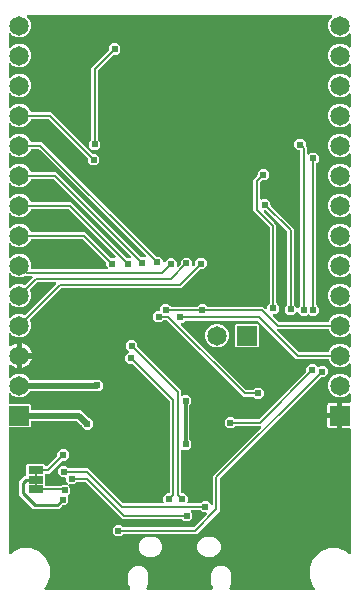
<source format=gbr>
G04 EAGLE Gerber RS-274X export*
G75*
%MOMM*%
%FSLAX34Y34*%
%LPD*%
%AMOC8*
5,1,8,0,0,1.08239X$1,22.5*%
G01*
%ADD10R,1.270000X0.635000*%
%ADD11C,0.203200*%
%ADD12R,1.651000X1.651000*%
%ADD13C,1.651000*%
%ADD14C,0.609600*%
%ADD15C,0.508000*%
%ADD16C,0.304800*%
%ADD17C,0.254000*%

G36*
X107093Y5212D02*
X107093Y5212D01*
X107123Y5209D01*
X107234Y5232D01*
X107346Y5248D01*
X107373Y5260D01*
X107401Y5265D01*
X107502Y5317D01*
X107605Y5364D01*
X107628Y5383D01*
X107654Y5396D01*
X107736Y5474D01*
X107822Y5547D01*
X107838Y5572D01*
X107860Y5592D01*
X107917Y5690D01*
X107980Y5784D01*
X107989Y5812D01*
X108003Y5837D01*
X108031Y5947D01*
X108066Y6055D01*
X108066Y6084D01*
X108074Y6113D01*
X108070Y6226D01*
X108073Y6339D01*
X108065Y6368D01*
X108064Y6397D01*
X108030Y6505D01*
X108001Y6614D01*
X107986Y6640D01*
X107977Y6668D01*
X107931Y6731D01*
X107856Y6859D01*
X107810Y6902D01*
X107782Y6941D01*
X107674Y7049D01*
X106367Y10203D01*
X106367Y13617D01*
X106551Y14061D01*
X106573Y14146D01*
X106604Y14228D01*
X106609Y14283D01*
X106622Y14337D01*
X106620Y14424D01*
X106627Y14511D01*
X106616Y14558D01*
X106614Y14621D01*
X106569Y14762D01*
X106551Y14839D01*
X106367Y15283D01*
X106367Y18697D01*
X107674Y21851D01*
X110087Y24264D01*
X113241Y25571D01*
X116655Y25571D01*
X119809Y24264D01*
X122222Y21851D01*
X123529Y18697D01*
X123529Y15283D01*
X123345Y14839D01*
X123323Y14754D01*
X123292Y14672D01*
X123287Y14617D01*
X123274Y14563D01*
X123276Y14476D01*
X123269Y14389D01*
X123280Y14342D01*
X123282Y14279D01*
X123327Y14138D01*
X123345Y14061D01*
X123529Y13617D01*
X123529Y10203D01*
X122222Y7049D01*
X122114Y6941D01*
X122096Y6917D01*
X122074Y6898D01*
X122011Y6804D01*
X121943Y6714D01*
X121933Y6686D01*
X121916Y6662D01*
X121882Y6554D01*
X121842Y6448D01*
X121839Y6419D01*
X121830Y6391D01*
X121828Y6278D01*
X121818Y6165D01*
X121824Y6136D01*
X121823Y6107D01*
X121852Y5997D01*
X121874Y5886D01*
X121888Y5860D01*
X121895Y5832D01*
X121953Y5735D01*
X122005Y5634D01*
X122025Y5612D01*
X122040Y5587D01*
X122123Y5510D01*
X122201Y5428D01*
X122226Y5413D01*
X122248Y5393D01*
X122348Y5341D01*
X122446Y5284D01*
X122475Y5277D01*
X122501Y5263D01*
X122578Y5250D01*
X122722Y5214D01*
X122784Y5216D01*
X122832Y5208D01*
X177168Y5208D01*
X177197Y5212D01*
X177227Y5209D01*
X177338Y5232D01*
X177450Y5248D01*
X177477Y5260D01*
X177505Y5265D01*
X177606Y5317D01*
X177709Y5364D01*
X177732Y5383D01*
X177758Y5396D01*
X177840Y5474D01*
X177926Y5547D01*
X177942Y5572D01*
X177964Y5592D01*
X178021Y5690D01*
X178084Y5784D01*
X178093Y5812D01*
X178107Y5837D01*
X178135Y5947D01*
X178170Y6055D01*
X178170Y6084D01*
X178178Y6113D01*
X178174Y6226D01*
X178177Y6339D01*
X178169Y6368D01*
X178168Y6397D01*
X178134Y6505D01*
X178105Y6614D01*
X178090Y6640D01*
X178081Y6668D01*
X178035Y6731D01*
X177960Y6859D01*
X177914Y6902D01*
X177886Y6941D01*
X177778Y7049D01*
X176471Y10203D01*
X176471Y13617D01*
X176655Y14062D01*
X176677Y14146D01*
X176708Y14228D01*
X176713Y14283D01*
X176726Y14337D01*
X176724Y14424D01*
X176731Y14511D01*
X176720Y14558D01*
X176718Y14621D01*
X176673Y14762D01*
X176655Y14839D01*
X176471Y15283D01*
X176471Y18697D01*
X177778Y21851D01*
X180191Y24264D01*
X183345Y25571D01*
X186759Y25571D01*
X189913Y24264D01*
X192326Y21851D01*
X193633Y18697D01*
X193633Y15283D01*
X193449Y14839D01*
X193427Y14754D01*
X193396Y14672D01*
X193391Y14617D01*
X193378Y14563D01*
X193380Y14476D01*
X193373Y14389D01*
X193384Y14342D01*
X193386Y14279D01*
X193431Y14138D01*
X193449Y14062D01*
X193633Y13617D01*
X193633Y10203D01*
X192326Y7049D01*
X192218Y6941D01*
X192200Y6917D01*
X192178Y6898D01*
X192115Y6804D01*
X192047Y6714D01*
X192037Y6686D01*
X192020Y6662D01*
X191986Y6554D01*
X191946Y6448D01*
X191943Y6419D01*
X191934Y6391D01*
X191932Y6278D01*
X191922Y6165D01*
X191928Y6136D01*
X191927Y6107D01*
X191956Y5997D01*
X191978Y5886D01*
X191992Y5860D01*
X191999Y5832D01*
X192057Y5735D01*
X192109Y5634D01*
X192129Y5612D01*
X192144Y5587D01*
X192227Y5510D01*
X192305Y5428D01*
X192330Y5413D01*
X192352Y5393D01*
X192452Y5341D01*
X192550Y5284D01*
X192579Y5277D01*
X192605Y5263D01*
X192682Y5250D01*
X192826Y5214D01*
X192888Y5216D01*
X192936Y5208D01*
X263943Y5208D01*
X263972Y5212D01*
X264001Y5209D01*
X264112Y5232D01*
X264224Y5248D01*
X264251Y5260D01*
X264280Y5265D01*
X264381Y5318D01*
X264484Y5364D01*
X264506Y5383D01*
X264532Y5396D01*
X264614Y5474D01*
X264701Y5547D01*
X264717Y5572D01*
X264738Y5592D01*
X264795Y5690D01*
X264858Y5784D01*
X264867Y5812D01*
X264882Y5837D01*
X264910Y5947D01*
X264944Y6055D01*
X264945Y6085D01*
X264952Y6113D01*
X264948Y6226D01*
X264951Y6339D01*
X264944Y6368D01*
X264943Y6397D01*
X264908Y6505D01*
X264880Y6614D01*
X264865Y6640D01*
X264856Y6668D01*
X264810Y6731D01*
X264734Y6859D01*
X264689Y6902D01*
X264661Y6941D01*
X262976Y8625D01*
X259919Y16006D01*
X259919Y23994D01*
X262976Y31375D01*
X268625Y37024D01*
X276006Y40081D01*
X283994Y40081D01*
X291375Y37024D01*
X293059Y35339D01*
X293083Y35322D01*
X293102Y35299D01*
X293196Y35237D01*
X293286Y35168D01*
X293314Y35158D01*
X293338Y35142D01*
X293446Y35108D01*
X293552Y35067D01*
X293581Y35065D01*
X293609Y35056D01*
X293723Y35053D01*
X293835Y35044D01*
X293864Y35049D01*
X293893Y35049D01*
X294003Y35077D01*
X294114Y35100D01*
X294140Y35113D01*
X294168Y35120D01*
X294266Y35178D01*
X294366Y35231D01*
X294388Y35251D01*
X294413Y35266D01*
X294490Y35348D01*
X294572Y35426D01*
X294587Y35452D01*
X294607Y35473D01*
X294659Y35574D01*
X294716Y35672D01*
X294723Y35700D01*
X294737Y35726D01*
X294750Y35803D01*
X294786Y35947D01*
X294784Y36010D01*
X294792Y36057D01*
X294792Y140789D01*
X294784Y140847D01*
X294786Y140905D01*
X294764Y140987D01*
X294752Y141071D01*
X294729Y141124D01*
X294714Y141180D01*
X294671Y141253D01*
X294636Y141330D01*
X294598Y141375D01*
X294569Y141425D01*
X294507Y141483D01*
X294453Y141547D01*
X294404Y141579D01*
X294361Y141619D01*
X294286Y141658D01*
X294216Y141705D01*
X294160Y141722D01*
X294108Y141749D01*
X294040Y141760D01*
X293945Y141790D01*
X293845Y141793D01*
X293777Y141804D01*
X287631Y141804D01*
X287631Y151584D01*
X287623Y151642D01*
X287625Y151700D01*
X287603Y151782D01*
X287591Y151865D01*
X287567Y151919D01*
X287553Y151975D01*
X287510Y152048D01*
X287475Y152125D01*
X287437Y152169D01*
X287407Y152220D01*
X287346Y152277D01*
X287291Y152342D01*
X287243Y152374D01*
X287200Y152414D01*
X287125Y152453D01*
X287055Y152499D01*
X286999Y152517D01*
X286947Y152544D01*
X286879Y152555D01*
X286784Y152585D01*
X286684Y152588D01*
X286616Y152599D01*
X285599Y152599D01*
X285599Y152601D01*
X286616Y152601D01*
X286674Y152609D01*
X286732Y152608D01*
X286814Y152629D01*
X286897Y152641D01*
X286951Y152665D01*
X287007Y152679D01*
X287080Y152722D01*
X287157Y152757D01*
X287202Y152795D01*
X287252Y152825D01*
X287310Y152886D01*
X287374Y152941D01*
X287406Y152989D01*
X287446Y153032D01*
X287485Y153107D01*
X287531Y153177D01*
X287549Y153233D01*
X287576Y153285D01*
X287587Y153353D01*
X287617Y153448D01*
X287620Y153548D01*
X287631Y153616D01*
X287631Y163396D01*
X293777Y163396D01*
X293835Y163404D01*
X293893Y163402D01*
X293975Y163424D01*
X294059Y163436D01*
X294112Y163459D01*
X294168Y163474D01*
X294241Y163517D01*
X294318Y163552D01*
X294363Y163590D01*
X294413Y163619D01*
X294471Y163681D01*
X294535Y163735D01*
X294567Y163784D01*
X294607Y163827D01*
X294646Y163902D01*
X294693Y163972D01*
X294710Y164028D01*
X294737Y164080D01*
X294748Y164148D01*
X294778Y164243D01*
X294781Y164343D01*
X294792Y164411D01*
X294792Y170551D01*
X294788Y170580D01*
X294791Y170610D01*
X294768Y170721D01*
X294752Y170833D01*
X294740Y170860D01*
X294735Y170888D01*
X294682Y170989D01*
X294636Y171092D01*
X294617Y171115D01*
X294604Y171141D01*
X294526Y171223D01*
X294453Y171309D01*
X294428Y171326D01*
X294408Y171347D01*
X294310Y171404D01*
X294216Y171467D01*
X294188Y171476D01*
X294163Y171491D01*
X294053Y171518D01*
X293945Y171553D01*
X293915Y171553D01*
X293887Y171561D01*
X293774Y171557D01*
X293661Y171560D01*
X293632Y171553D01*
X293603Y171552D01*
X293495Y171517D01*
X293386Y171488D01*
X293360Y171473D01*
X293332Y171464D01*
X293269Y171419D01*
X293141Y171343D01*
X293098Y171297D01*
X293059Y171269D01*
X291284Y169494D01*
X287596Y167966D01*
X283604Y167966D01*
X279916Y169494D01*
X277094Y172316D01*
X275566Y176004D01*
X275566Y179996D01*
X277094Y183684D01*
X279916Y186506D01*
X283604Y188034D01*
X287596Y188034D01*
X291284Y186506D01*
X293059Y184731D01*
X293083Y184713D01*
X293102Y184691D01*
X293196Y184628D01*
X293286Y184560D01*
X293314Y184549D01*
X293338Y184533D01*
X293446Y184499D01*
X293552Y184459D01*
X293581Y184456D01*
X293609Y184447D01*
X293723Y184444D01*
X293835Y184435D01*
X293864Y184441D01*
X293893Y184440D01*
X294003Y184469D01*
X294114Y184491D01*
X294140Y184504D01*
X294168Y184512D01*
X294266Y184570D01*
X294366Y184622D01*
X294388Y184642D01*
X294413Y184657D01*
X294490Y184740D01*
X294572Y184818D01*
X294587Y184843D01*
X294607Y184864D01*
X294659Y184965D01*
X294716Y185063D01*
X294723Y185091D01*
X294737Y185118D01*
X294750Y185195D01*
X294786Y185338D01*
X294784Y185401D01*
X294792Y185449D01*
X294792Y195951D01*
X294788Y195980D01*
X294791Y196010D01*
X294768Y196121D01*
X294752Y196233D01*
X294740Y196260D01*
X294735Y196288D01*
X294682Y196389D01*
X294636Y196492D01*
X294617Y196515D01*
X294604Y196541D01*
X294526Y196623D01*
X294453Y196709D01*
X294428Y196726D01*
X294408Y196747D01*
X294310Y196804D01*
X294216Y196867D01*
X294188Y196876D01*
X294163Y196891D01*
X294053Y196918D01*
X293945Y196953D01*
X293915Y196953D01*
X293887Y196961D01*
X293774Y196957D01*
X293661Y196960D01*
X293632Y196953D01*
X293603Y196952D01*
X293495Y196917D01*
X293386Y196888D01*
X293360Y196873D01*
X293332Y196864D01*
X293269Y196819D01*
X293141Y196743D01*
X293098Y196697D01*
X293059Y196669D01*
X291284Y194894D01*
X287596Y193366D01*
X283604Y193366D01*
X279916Y194894D01*
X277094Y197716D01*
X276157Y199979D01*
X276156Y199980D01*
X276156Y199981D01*
X276088Y200096D01*
X276012Y200223D01*
X276011Y200224D01*
X276010Y200226D01*
X275906Y200323D01*
X275806Y200419D01*
X275804Y200419D01*
X275803Y200420D01*
X275677Y200485D01*
X275553Y200549D01*
X275551Y200549D01*
X275550Y200550D01*
X275535Y200552D01*
X275274Y200604D01*
X275243Y200601D01*
X275219Y200605D01*
X248578Y200605D01*
X216564Y232620D01*
X216494Y232672D01*
X216430Y232732D01*
X216381Y232758D01*
X216337Y232791D01*
X216255Y232822D01*
X216177Y232862D01*
X216129Y232870D01*
X216071Y232892D01*
X215923Y232904D01*
X215846Y232917D01*
X155074Y232917D01*
X154987Y232905D01*
X154900Y232902D01*
X154847Y232885D01*
X154792Y232877D01*
X154713Y232842D01*
X154629Y232815D01*
X154590Y232787D01*
X154533Y232761D01*
X154420Y232665D01*
X154356Y232620D01*
X152621Y230885D01*
X152200Y230885D01*
X152171Y230881D01*
X152142Y230884D01*
X152031Y230861D01*
X151919Y230845D01*
X151892Y230833D01*
X151863Y230828D01*
X151763Y230776D01*
X151659Y230729D01*
X151637Y230710D01*
X151611Y230697D01*
X151529Y230619D01*
X151442Y230546D01*
X151426Y230521D01*
X151405Y230501D01*
X151347Y230403D01*
X151285Y230309D01*
X151276Y230281D01*
X151261Y230256D01*
X151233Y230146D01*
X151199Y230038D01*
X151198Y230008D01*
X151191Y229980D01*
X151194Y229867D01*
X151192Y229754D01*
X151199Y229725D01*
X151200Y229696D01*
X151235Y229588D01*
X151263Y229479D01*
X151278Y229453D01*
X151287Y229425D01*
X151333Y229362D01*
X151409Y229234D01*
X151454Y229191D01*
X151482Y229152D01*
X206092Y174542D01*
X206162Y174490D01*
X206226Y174430D01*
X206275Y174404D01*
X206319Y174371D01*
X206401Y174340D01*
X206479Y174300D01*
X206527Y174292D01*
X206585Y174270D01*
X206733Y174258D01*
X206810Y174245D01*
X211702Y174245D01*
X211789Y174257D01*
X211876Y174260D01*
X211929Y174277D01*
X211984Y174285D01*
X212063Y174320D01*
X212147Y174347D01*
X212186Y174375D01*
X212243Y174401D01*
X212356Y174497D01*
X212420Y174542D01*
X214155Y176277D01*
X218153Y176277D01*
X220981Y173449D01*
X220981Y169451D01*
X218153Y166623D01*
X214155Y166623D01*
X212420Y168358D01*
X212350Y168410D01*
X212286Y168470D01*
X212237Y168496D01*
X212193Y168529D01*
X212111Y168560D01*
X212033Y168600D01*
X211986Y168608D01*
X211927Y168630D01*
X211780Y168642D01*
X211702Y168655D01*
X204074Y168655D01*
X139602Y233128D01*
X139532Y233180D01*
X139468Y233240D01*
X139419Y233266D01*
X139375Y233299D01*
X139293Y233330D01*
X139215Y233370D01*
X139167Y233378D01*
X139109Y233400D01*
X138961Y233412D01*
X138884Y233425D01*
X136532Y233425D01*
X136445Y233413D01*
X136358Y233410D01*
X136305Y233393D01*
X136250Y233385D01*
X136171Y233350D01*
X136087Y233323D01*
X136048Y233295D01*
X135991Y233269D01*
X135878Y233173D01*
X135814Y233128D01*
X134079Y231393D01*
X130081Y231393D01*
X127253Y234221D01*
X127253Y238219D01*
X130081Y241047D01*
X132334Y241047D01*
X132392Y241055D01*
X132450Y241053D01*
X132532Y241075D01*
X132616Y241087D01*
X132669Y241110D01*
X132725Y241125D01*
X132798Y241168D01*
X132875Y241203D01*
X132920Y241241D01*
X132970Y241270D01*
X133028Y241332D01*
X133092Y241386D01*
X133124Y241435D01*
X133164Y241478D01*
X133203Y241553D01*
X133250Y241623D01*
X133267Y241679D01*
X133294Y241731D01*
X133305Y241799D01*
X133335Y241894D01*
X133338Y241994D01*
X133349Y242062D01*
X133349Y244061D01*
X136177Y246889D01*
X140175Y246889D01*
X141910Y245154D01*
X141980Y245102D01*
X142044Y245042D01*
X142093Y245016D01*
X142137Y244983D01*
X142219Y244952D01*
X142297Y244912D01*
X142344Y244904D01*
X142403Y244882D01*
X142550Y244870D01*
X142628Y244857D01*
X164712Y244857D01*
X164799Y244869D01*
X164886Y244872D01*
X164939Y244889D01*
X164994Y244897D01*
X165073Y244932D01*
X165157Y244959D01*
X165196Y244987D01*
X165253Y245013D01*
X165366Y245109D01*
X165430Y245154D01*
X167165Y246889D01*
X171163Y246889D01*
X172898Y245154D01*
X172968Y245102D01*
X173032Y245042D01*
X173081Y245016D01*
X173125Y244983D01*
X173207Y244952D01*
X173285Y244912D01*
X173332Y244904D01*
X173391Y244882D01*
X173538Y244870D01*
X173616Y244857D01*
X220868Y244857D01*
X222548Y243176D01*
X222572Y243159D01*
X222591Y243136D01*
X222685Y243073D01*
X222775Y243005D01*
X222803Y242995D01*
X222827Y242979D01*
X222935Y242944D01*
X223041Y242904D01*
X223070Y242902D01*
X223098Y242893D01*
X223212Y242890D01*
X223324Y242881D01*
X223353Y242886D01*
X223382Y242886D01*
X223492Y242914D01*
X223603Y242936D01*
X223629Y242950D01*
X223657Y242957D01*
X223755Y243015D01*
X223855Y243067D01*
X223877Y243088D01*
X223902Y243103D01*
X223979Y243185D01*
X224061Y243263D01*
X224076Y243289D01*
X224096Y243310D01*
X224148Y243411D01*
X224205Y243508D01*
X224212Y243537D01*
X224226Y243563D01*
X224239Y243640D01*
X224275Y243784D01*
X224273Y243846D01*
X224281Y243894D01*
X224281Y245331D01*
X226016Y247066D01*
X226068Y247136D01*
X226128Y247200D01*
X226154Y247249D01*
X226187Y247293D01*
X226218Y247375D01*
X226258Y247453D01*
X226266Y247500D01*
X226288Y247559D01*
X226298Y247681D01*
X226299Y247685D01*
X226300Y247699D01*
X226300Y247706D01*
X226313Y247784D01*
X226313Y311350D01*
X226301Y311436D01*
X226298Y311524D01*
X226281Y311577D01*
X226273Y311631D01*
X226238Y311711D01*
X226211Y311794D01*
X226183Y311834D01*
X226157Y311891D01*
X226061Y312004D01*
X226016Y312068D01*
X212343Y325740D01*
X212343Y352186D01*
X215602Y355444D01*
X215654Y355514D01*
X215714Y355578D01*
X215740Y355627D01*
X215773Y355671D01*
X215804Y355753D01*
X215844Y355831D01*
X215852Y355879D01*
X215874Y355937D01*
X215886Y356085D01*
X215899Y356162D01*
X215899Y358615D01*
X218727Y361443D01*
X222725Y361443D01*
X225553Y358615D01*
X225553Y354617D01*
X222725Y351789D01*
X220272Y351789D01*
X220186Y351777D01*
X220098Y351774D01*
X220045Y351757D01*
X219991Y351749D01*
X219911Y351714D01*
X219828Y351687D01*
X219788Y351659D01*
X219731Y351633D01*
X219618Y351537D01*
X219554Y351492D01*
X218230Y350168D01*
X218178Y350098D01*
X218118Y350034D01*
X218092Y349985D01*
X218059Y349941D01*
X218028Y349859D01*
X217988Y349781D01*
X217980Y349733D01*
X217958Y349675D01*
X217947Y349548D01*
X217947Y349545D01*
X217946Y349536D01*
X217946Y349527D01*
X217933Y349450D01*
X217933Y336430D01*
X217937Y336401D01*
X217934Y336371D01*
X217957Y336260D01*
X217973Y336148D01*
X217985Y336122D01*
X217990Y336093D01*
X218043Y335992D01*
X218089Y335889D01*
X218108Y335866D01*
X218121Y335840D01*
X218199Y335758D01*
X218272Y335672D01*
X218297Y335656D01*
X218317Y335634D01*
X218415Y335577D01*
X218509Y335514D01*
X218537Y335505D01*
X218562Y335491D01*
X218672Y335463D01*
X218780Y335428D01*
X218810Y335428D01*
X218838Y335421D01*
X218951Y335424D01*
X219064Y335421D01*
X219093Y335429D01*
X219122Y335430D01*
X219230Y335464D01*
X219339Y335493D01*
X219365Y335508D01*
X219393Y335517D01*
X219457Y335563D01*
X219584Y335638D01*
X219627Y335684D01*
X219666Y335712D01*
X219997Y336043D01*
X223995Y336043D01*
X226823Y333215D01*
X226823Y330762D01*
X226835Y330676D01*
X226838Y330588D01*
X226855Y330535D01*
X226863Y330481D01*
X226898Y330401D01*
X226925Y330318D01*
X226953Y330278D01*
X226979Y330221D01*
X227075Y330108D01*
X227120Y330044D01*
X246635Y310530D01*
X246635Y247022D01*
X246647Y246935D01*
X246650Y246848D01*
X246667Y246795D01*
X246675Y246740D01*
X246710Y246661D01*
X246737Y246577D01*
X246765Y246538D01*
X246791Y246481D01*
X246887Y246368D01*
X246932Y246304D01*
X248694Y244542D01*
X248707Y244454D01*
X248719Y244428D01*
X248724Y244399D01*
X248777Y244298D01*
X248823Y244195D01*
X248842Y244172D01*
X248855Y244146D01*
X248933Y244064D01*
X249006Y243978D01*
X249031Y243962D01*
X249051Y243940D01*
X249149Y243883D01*
X249243Y243820D01*
X249271Y243811D01*
X249296Y243797D01*
X249406Y243769D01*
X249514Y243734D01*
X249544Y243734D01*
X249572Y243727D01*
X249685Y243730D01*
X249798Y243727D01*
X249827Y243735D01*
X249856Y243736D01*
X249964Y243770D01*
X250073Y243799D01*
X250099Y243814D01*
X250127Y243823D01*
X250191Y243869D01*
X250318Y243944D01*
X250361Y243990D01*
X250400Y244018D01*
X251924Y245542D01*
X251976Y245612D01*
X252036Y245676D01*
X252062Y245725D01*
X252095Y245769D01*
X252126Y245851D01*
X252166Y245929D01*
X252174Y245976D01*
X252196Y246035D01*
X252208Y246182D01*
X252221Y246260D01*
X252221Y376174D01*
X252213Y376232D01*
X252215Y376290D01*
X252193Y376372D01*
X252181Y376456D01*
X252158Y376509D01*
X252143Y376565D01*
X252100Y376638D01*
X252065Y376715D01*
X252027Y376760D01*
X251998Y376810D01*
X251936Y376868D01*
X251882Y376932D01*
X251833Y376964D01*
X251790Y377004D01*
X251715Y377043D01*
X251645Y377090D01*
X251589Y377107D01*
X251537Y377134D01*
X251469Y377145D01*
X251374Y377175D01*
X251274Y377178D01*
X251206Y377189D01*
X249715Y377189D01*
X246887Y380017D01*
X246887Y384015D01*
X249715Y386843D01*
X253713Y386843D01*
X256541Y384015D01*
X256541Y381562D01*
X256553Y381476D01*
X256556Y381388D01*
X256573Y381335D01*
X256581Y381281D01*
X256616Y381201D01*
X256643Y381118D01*
X256671Y381078D01*
X256697Y381021D01*
X256793Y380908D01*
X256838Y380844D01*
X257811Y379872D01*
X257811Y374530D01*
X257815Y374501D01*
X257812Y374471D01*
X257835Y374360D01*
X257851Y374248D01*
X257863Y374222D01*
X257868Y374193D01*
X257921Y374092D01*
X257967Y373989D01*
X257986Y373966D01*
X257999Y373940D01*
X258077Y373858D01*
X258150Y373772D01*
X258175Y373756D01*
X258195Y373734D01*
X258293Y373677D01*
X258387Y373614D01*
X258415Y373605D01*
X258440Y373591D01*
X258550Y373563D01*
X258658Y373528D01*
X258688Y373528D01*
X258716Y373521D01*
X258829Y373524D01*
X258942Y373521D01*
X258971Y373529D01*
X259000Y373530D01*
X259108Y373564D01*
X259217Y373593D01*
X259243Y373608D01*
X259271Y373617D01*
X259335Y373663D01*
X259462Y373738D01*
X259505Y373784D01*
X259544Y373812D01*
X260891Y375159D01*
X264889Y375159D01*
X267717Y372331D01*
X267717Y368333D01*
X265982Y366598D01*
X265930Y366528D01*
X265870Y366464D01*
X265844Y366415D01*
X265811Y366371D01*
X265780Y366289D01*
X265740Y366211D01*
X265732Y366164D01*
X265710Y366105D01*
X265698Y365958D01*
X265685Y365880D01*
X265685Y246260D01*
X265697Y246173D01*
X265700Y246086D01*
X265717Y246033D01*
X265725Y245978D01*
X265760Y245899D01*
X265787Y245815D01*
X265815Y245776D01*
X265841Y245719D01*
X265937Y245606D01*
X265982Y245542D01*
X267717Y243807D01*
X267717Y239809D01*
X264889Y236981D01*
X260891Y236981D01*
X259671Y238201D01*
X259624Y238236D01*
X259584Y238279D01*
X259511Y238321D01*
X259444Y238372D01*
X259389Y238393D01*
X259339Y238422D01*
X259257Y238443D01*
X259178Y238473D01*
X259120Y238478D01*
X259063Y238492D01*
X258979Y238490D01*
X258895Y238497D01*
X258837Y238485D01*
X258779Y238483D01*
X258699Y238457D01*
X258616Y238441D01*
X258564Y238414D01*
X258508Y238396D01*
X258452Y238356D01*
X258364Y238310D01*
X258291Y238241D01*
X258235Y238201D01*
X257015Y236981D01*
X253017Y236981D01*
X250162Y239836D01*
X250149Y239924D01*
X250137Y239950D01*
X250132Y239979D01*
X250079Y240080D01*
X250033Y240183D01*
X250014Y240206D01*
X250001Y240232D01*
X249923Y240314D01*
X249850Y240400D01*
X249825Y240416D01*
X249805Y240438D01*
X249707Y240495D01*
X249613Y240558D01*
X249585Y240567D01*
X249560Y240581D01*
X249450Y240609D01*
X249342Y240644D01*
X249312Y240644D01*
X249284Y240651D01*
X249171Y240648D01*
X249058Y240651D01*
X249029Y240643D01*
X249000Y240642D01*
X248892Y240608D01*
X248783Y240579D01*
X248757Y240564D01*
X248729Y240555D01*
X248666Y240509D01*
X248538Y240434D01*
X248495Y240388D01*
X248456Y240360D01*
X245839Y237743D01*
X241841Y237743D01*
X239013Y240571D01*
X239013Y244569D01*
X240748Y246304D01*
X240800Y246374D01*
X240860Y246438D01*
X240886Y246487D01*
X240919Y246531D01*
X240950Y246613D01*
X240990Y246691D01*
X240998Y246738D01*
X241020Y246797D01*
X241032Y246944D01*
X241045Y247022D01*
X241045Y307794D01*
X241038Y307845D01*
X241039Y307869D01*
X241033Y307891D01*
X241030Y307968D01*
X241013Y308021D01*
X241005Y308075D01*
X240970Y308155D01*
X240943Y308238D01*
X240915Y308278D01*
X240889Y308335D01*
X240793Y308448D01*
X240748Y308512D01*
X223168Y326092D01*
X223098Y326144D01*
X223034Y326204D01*
X222985Y326230D01*
X222941Y326263D01*
X222859Y326294D01*
X222781Y326334D01*
X222733Y326342D01*
X222675Y326364D01*
X222527Y326376D01*
X222450Y326389D01*
X222050Y326389D01*
X222021Y326385D01*
X221992Y326388D01*
X221881Y326365D01*
X221769Y326349D01*
X221742Y326337D01*
X221713Y326332D01*
X221613Y326280D01*
X221509Y326233D01*
X221487Y326214D01*
X221461Y326201D01*
X221379Y326123D01*
X221292Y326050D01*
X221276Y326025D01*
X221255Y326005D01*
X221197Y325907D01*
X221135Y325813D01*
X221126Y325785D01*
X221111Y325760D01*
X221083Y325650D01*
X221049Y325542D01*
X221048Y325512D01*
X221041Y325484D01*
X221044Y325371D01*
X221042Y325258D01*
X221049Y325229D01*
X221050Y325200D01*
X221085Y325092D01*
X221113Y324983D01*
X221128Y324957D01*
X221137Y324929D01*
X221183Y324866D01*
X221259Y324738D01*
X221304Y324695D01*
X221332Y324656D01*
X229968Y316020D01*
X231903Y314086D01*
X231903Y247784D01*
X231909Y247736D01*
X231910Y247736D01*
X231915Y247697D01*
X231918Y247610D01*
X231935Y247557D01*
X231943Y247502D01*
X231978Y247423D01*
X232005Y247339D01*
X232033Y247300D01*
X232059Y247243D01*
X232155Y247130D01*
X232200Y247066D01*
X233935Y245331D01*
X233935Y241333D01*
X231107Y238505D01*
X229670Y238505D01*
X229641Y238501D01*
X229612Y238504D01*
X229501Y238481D01*
X229389Y238465D01*
X229362Y238453D01*
X229333Y238448D01*
X229233Y238396D01*
X229129Y238349D01*
X229107Y238330D01*
X229081Y238317D01*
X228999Y238239D01*
X228912Y238166D01*
X228896Y238141D01*
X228875Y238121D01*
X228817Y238023D01*
X228755Y237929D01*
X228746Y237901D01*
X228731Y237876D01*
X228703Y237766D01*
X228669Y237658D01*
X228668Y237628D01*
X228661Y237600D01*
X228664Y237487D01*
X228662Y237374D01*
X228669Y237345D01*
X228670Y237316D01*
X228705Y237208D01*
X228733Y237099D01*
X228748Y237073D01*
X228757Y237045D01*
X228803Y236982D01*
X228879Y236854D01*
X228924Y236811D01*
X228952Y236772D01*
X233832Y231892D01*
X233902Y231840D01*
X233966Y231780D01*
X234015Y231754D01*
X234059Y231721D01*
X234141Y231690D01*
X234219Y231650D01*
X234267Y231642D01*
X234325Y231620D01*
X234473Y231608D01*
X234550Y231595D01*
X275219Y231595D01*
X275220Y231595D01*
X275222Y231595D01*
X275362Y231615D01*
X275500Y231635D01*
X275502Y231635D01*
X275503Y231635D01*
X275629Y231692D01*
X275760Y231751D01*
X275761Y231752D01*
X275762Y231753D01*
X275870Y231844D01*
X275977Y231934D01*
X275978Y231936D01*
X275979Y231937D01*
X275987Y231950D01*
X276134Y232171D01*
X276137Y232181D01*
X276140Y232185D01*
X276146Y232205D01*
X276157Y232221D01*
X277094Y234484D01*
X279916Y237306D01*
X283604Y238834D01*
X287596Y238834D01*
X291284Y237306D01*
X293059Y235531D01*
X293083Y235513D01*
X293102Y235491D01*
X293196Y235428D01*
X293286Y235360D01*
X293314Y235349D01*
X293338Y235333D01*
X293446Y235299D01*
X293552Y235259D01*
X293581Y235256D01*
X293609Y235247D01*
X293723Y235244D01*
X293835Y235235D01*
X293864Y235241D01*
X293893Y235240D01*
X294003Y235269D01*
X294114Y235291D01*
X294140Y235304D01*
X294168Y235312D01*
X294266Y235370D01*
X294366Y235422D01*
X294388Y235442D01*
X294413Y235457D01*
X294490Y235540D01*
X294572Y235618D01*
X294587Y235643D01*
X294607Y235664D01*
X294659Y235765D01*
X294716Y235863D01*
X294723Y235891D01*
X294737Y235918D01*
X294750Y235995D01*
X294786Y236138D01*
X294784Y236201D01*
X294792Y236249D01*
X294792Y246751D01*
X294788Y246780D01*
X294791Y246810D01*
X294768Y246921D01*
X294752Y247033D01*
X294740Y247060D01*
X294735Y247088D01*
X294682Y247189D01*
X294636Y247292D01*
X294617Y247315D01*
X294604Y247341D01*
X294526Y247423D01*
X294453Y247509D01*
X294428Y247526D01*
X294408Y247547D01*
X294310Y247604D01*
X294216Y247667D01*
X294188Y247676D01*
X294163Y247691D01*
X294053Y247718D01*
X293945Y247753D01*
X293915Y247753D01*
X293887Y247761D01*
X293774Y247757D01*
X293661Y247760D01*
X293632Y247753D01*
X293603Y247752D01*
X293495Y247717D01*
X293386Y247688D01*
X293360Y247673D01*
X293332Y247664D01*
X293269Y247619D01*
X293141Y247543D01*
X293098Y247497D01*
X293059Y247469D01*
X291284Y245694D01*
X287596Y244166D01*
X283604Y244166D01*
X279916Y245694D01*
X277094Y248516D01*
X275566Y252204D01*
X275566Y256196D01*
X277094Y259884D01*
X279916Y262706D01*
X283604Y264234D01*
X287596Y264234D01*
X291284Y262706D01*
X293059Y260931D01*
X293083Y260913D01*
X293102Y260891D01*
X293196Y260828D01*
X293286Y260760D01*
X293314Y260749D01*
X293338Y260733D01*
X293446Y260699D01*
X293552Y260659D01*
X293581Y260656D01*
X293609Y260647D01*
X293723Y260644D01*
X293835Y260635D01*
X293864Y260641D01*
X293893Y260640D01*
X294003Y260669D01*
X294114Y260691D01*
X294140Y260704D01*
X294168Y260712D01*
X294266Y260770D01*
X294366Y260822D01*
X294388Y260842D01*
X294413Y260857D01*
X294490Y260940D01*
X294572Y261018D01*
X294587Y261043D01*
X294607Y261064D01*
X294659Y261165D01*
X294716Y261263D01*
X294723Y261291D01*
X294737Y261318D01*
X294750Y261395D01*
X294786Y261538D01*
X294784Y261601D01*
X294792Y261649D01*
X294792Y272151D01*
X294788Y272180D01*
X294791Y272210D01*
X294768Y272321D01*
X294752Y272433D01*
X294740Y272460D01*
X294735Y272488D01*
X294682Y272589D01*
X294636Y272692D01*
X294617Y272715D01*
X294604Y272741D01*
X294526Y272823D01*
X294453Y272909D01*
X294428Y272926D01*
X294408Y272947D01*
X294310Y273004D01*
X294216Y273067D01*
X294188Y273076D01*
X294163Y273091D01*
X294053Y273118D01*
X293945Y273153D01*
X293915Y273153D01*
X293887Y273161D01*
X293774Y273157D01*
X293661Y273160D01*
X293632Y273153D01*
X293603Y273152D01*
X293495Y273117D01*
X293386Y273088D01*
X293360Y273073D01*
X293332Y273064D01*
X293269Y273019D01*
X293141Y272943D01*
X293098Y272897D01*
X293059Y272869D01*
X291284Y271094D01*
X287596Y269566D01*
X283604Y269566D01*
X279916Y271094D01*
X277094Y273916D01*
X275566Y277604D01*
X275566Y281596D01*
X277094Y285284D01*
X279916Y288106D01*
X283604Y289634D01*
X287596Y289634D01*
X291284Y288106D01*
X293059Y286331D01*
X293083Y286313D01*
X293102Y286291D01*
X293196Y286228D01*
X293286Y286160D01*
X293314Y286149D01*
X293338Y286133D01*
X293446Y286099D01*
X293552Y286059D01*
X293581Y286056D01*
X293609Y286047D01*
X293723Y286044D01*
X293835Y286035D01*
X293864Y286041D01*
X293893Y286040D01*
X294003Y286069D01*
X294114Y286091D01*
X294140Y286104D01*
X294168Y286112D01*
X294266Y286170D01*
X294366Y286222D01*
X294388Y286242D01*
X294413Y286257D01*
X294490Y286340D01*
X294572Y286418D01*
X294587Y286443D01*
X294607Y286464D01*
X294659Y286565D01*
X294716Y286663D01*
X294723Y286691D01*
X294737Y286718D01*
X294750Y286795D01*
X294786Y286938D01*
X294784Y287001D01*
X294792Y287049D01*
X294792Y297551D01*
X294788Y297580D01*
X294791Y297610D01*
X294768Y297721D01*
X294752Y297833D01*
X294740Y297860D01*
X294735Y297888D01*
X294682Y297989D01*
X294636Y298092D01*
X294617Y298115D01*
X294604Y298141D01*
X294526Y298223D01*
X294453Y298309D01*
X294428Y298326D01*
X294408Y298347D01*
X294310Y298404D01*
X294216Y298467D01*
X294188Y298476D01*
X294163Y298491D01*
X294053Y298518D01*
X293945Y298553D01*
X293915Y298553D01*
X293887Y298561D01*
X293774Y298557D01*
X293661Y298560D01*
X293632Y298553D01*
X293603Y298552D01*
X293495Y298517D01*
X293386Y298488D01*
X293360Y298473D01*
X293332Y298464D01*
X293269Y298419D01*
X293141Y298343D01*
X293098Y298297D01*
X293059Y298269D01*
X291284Y296494D01*
X287596Y294966D01*
X283604Y294966D01*
X279916Y296494D01*
X277094Y299316D01*
X275566Y303004D01*
X275566Y306996D01*
X277094Y310684D01*
X279916Y313506D01*
X283604Y315034D01*
X287596Y315034D01*
X291284Y313506D01*
X293059Y311731D01*
X293083Y311713D01*
X293102Y311691D01*
X293196Y311628D01*
X293286Y311560D01*
X293314Y311549D01*
X293338Y311533D01*
X293446Y311499D01*
X293552Y311459D01*
X293581Y311456D01*
X293609Y311447D01*
X293723Y311444D01*
X293835Y311435D01*
X293864Y311441D01*
X293893Y311440D01*
X294003Y311469D01*
X294114Y311491D01*
X294140Y311504D01*
X294168Y311512D01*
X294266Y311570D01*
X294366Y311622D01*
X294388Y311642D01*
X294413Y311657D01*
X294490Y311740D01*
X294572Y311818D01*
X294587Y311843D01*
X294607Y311864D01*
X294659Y311965D01*
X294716Y312063D01*
X294723Y312091D01*
X294737Y312118D01*
X294750Y312195D01*
X294786Y312338D01*
X294784Y312401D01*
X294792Y312449D01*
X294792Y322951D01*
X294788Y322980D01*
X294791Y323010D01*
X294768Y323121D01*
X294752Y323233D01*
X294740Y323260D01*
X294735Y323288D01*
X294682Y323389D01*
X294636Y323492D01*
X294617Y323515D01*
X294604Y323541D01*
X294526Y323623D01*
X294453Y323709D01*
X294428Y323726D01*
X294408Y323747D01*
X294310Y323804D01*
X294216Y323867D01*
X294188Y323876D01*
X294163Y323891D01*
X294053Y323918D01*
X293945Y323953D01*
X293915Y323953D01*
X293887Y323961D01*
X293774Y323957D01*
X293661Y323960D01*
X293632Y323953D01*
X293603Y323952D01*
X293495Y323917D01*
X293386Y323888D01*
X293360Y323873D01*
X293332Y323864D01*
X293269Y323819D01*
X293141Y323743D01*
X293098Y323697D01*
X293059Y323669D01*
X291284Y321894D01*
X287596Y320366D01*
X283604Y320366D01*
X279916Y321894D01*
X277094Y324716D01*
X275566Y328404D01*
X275566Y332396D01*
X277094Y336084D01*
X279916Y338906D01*
X283604Y340434D01*
X287596Y340434D01*
X291284Y338906D01*
X293059Y337131D01*
X293083Y337113D01*
X293102Y337091D01*
X293196Y337028D01*
X293286Y336960D01*
X293314Y336949D01*
X293338Y336933D01*
X293446Y336899D01*
X293552Y336859D01*
X293581Y336856D01*
X293609Y336847D01*
X293723Y336844D01*
X293835Y336835D01*
X293864Y336841D01*
X293893Y336840D01*
X294003Y336869D01*
X294114Y336891D01*
X294140Y336904D01*
X294168Y336912D01*
X294266Y336970D01*
X294366Y337022D01*
X294388Y337042D01*
X294413Y337057D01*
X294490Y337140D01*
X294572Y337218D01*
X294587Y337243D01*
X294607Y337264D01*
X294659Y337365D01*
X294716Y337463D01*
X294723Y337491D01*
X294737Y337518D01*
X294750Y337595D01*
X294786Y337738D01*
X294784Y337801D01*
X294792Y337849D01*
X294792Y348351D01*
X294788Y348380D01*
X294791Y348410D01*
X294768Y348521D01*
X294752Y348633D01*
X294740Y348660D01*
X294735Y348688D01*
X294682Y348789D01*
X294636Y348892D01*
X294617Y348915D01*
X294604Y348941D01*
X294526Y349023D01*
X294453Y349109D01*
X294428Y349126D01*
X294408Y349147D01*
X294310Y349204D01*
X294216Y349267D01*
X294188Y349276D01*
X294163Y349291D01*
X294053Y349318D01*
X293945Y349353D01*
X293915Y349353D01*
X293887Y349361D01*
X293774Y349357D01*
X293661Y349360D01*
X293632Y349353D01*
X293603Y349352D01*
X293495Y349317D01*
X293386Y349288D01*
X293360Y349273D01*
X293332Y349264D01*
X293269Y349219D01*
X293141Y349143D01*
X293098Y349097D01*
X293059Y349069D01*
X291284Y347294D01*
X287596Y345766D01*
X283604Y345766D01*
X279916Y347294D01*
X277094Y350116D01*
X275566Y353804D01*
X275566Y357796D01*
X277094Y361484D01*
X279916Y364306D01*
X283604Y365834D01*
X287596Y365834D01*
X291284Y364306D01*
X293059Y362531D01*
X293083Y362513D01*
X293102Y362491D01*
X293196Y362428D01*
X293286Y362360D01*
X293314Y362349D01*
X293338Y362333D01*
X293446Y362299D01*
X293552Y362259D01*
X293581Y362256D01*
X293609Y362247D01*
X293723Y362244D01*
X293835Y362235D01*
X293864Y362241D01*
X293893Y362240D01*
X294003Y362269D01*
X294114Y362291D01*
X294140Y362304D01*
X294168Y362312D01*
X294266Y362370D01*
X294366Y362422D01*
X294388Y362442D01*
X294413Y362457D01*
X294490Y362540D01*
X294572Y362618D01*
X294587Y362643D01*
X294607Y362664D01*
X294659Y362765D01*
X294716Y362863D01*
X294723Y362891D01*
X294737Y362918D01*
X294750Y362995D01*
X294786Y363138D01*
X294784Y363201D01*
X294792Y363249D01*
X294792Y373751D01*
X294788Y373780D01*
X294791Y373810D01*
X294785Y373837D01*
X294786Y373860D01*
X294767Y373932D01*
X294752Y374033D01*
X294740Y374060D01*
X294735Y374088D01*
X294717Y374123D01*
X294714Y374135D01*
X294689Y374177D01*
X294682Y374189D01*
X294636Y374292D01*
X294617Y374315D01*
X294604Y374341D01*
X294571Y374375D01*
X294569Y374379D01*
X294555Y374392D01*
X294526Y374423D01*
X294453Y374509D01*
X294428Y374526D01*
X294408Y374547D01*
X294310Y374604D01*
X294216Y374667D01*
X294188Y374676D01*
X294163Y374691D01*
X294053Y374718D01*
X293945Y374753D01*
X293915Y374753D01*
X293887Y374761D01*
X293785Y374757D01*
X293777Y374759D01*
X293769Y374759D01*
X293760Y374757D01*
X293661Y374760D01*
X293632Y374753D01*
X293603Y374752D01*
X293513Y374723D01*
X293488Y374719D01*
X293465Y374709D01*
X293386Y374688D01*
X293360Y374673D01*
X293332Y374664D01*
X293277Y374624D01*
X293228Y374603D01*
X293196Y374576D01*
X293141Y374543D01*
X293098Y374497D01*
X293059Y374469D01*
X291284Y372694D01*
X287596Y371166D01*
X283604Y371166D01*
X279916Y372694D01*
X277094Y375516D01*
X275566Y379204D01*
X275566Y383196D01*
X277094Y386884D01*
X279916Y389706D01*
X283604Y391234D01*
X287596Y391234D01*
X291284Y389706D01*
X293059Y387931D01*
X293083Y387913D01*
X293102Y387891D01*
X293196Y387828D01*
X293286Y387760D01*
X293314Y387749D01*
X293338Y387733D01*
X293446Y387699D01*
X293552Y387659D01*
X293581Y387656D01*
X293609Y387647D01*
X293723Y387644D01*
X293835Y387635D01*
X293864Y387641D01*
X293893Y387640D01*
X294003Y387669D01*
X294114Y387691D01*
X294140Y387704D01*
X294168Y387712D01*
X294266Y387770D01*
X294366Y387822D01*
X294388Y387842D01*
X294413Y387857D01*
X294490Y387940D01*
X294572Y388018D01*
X294587Y388043D01*
X294607Y388064D01*
X294659Y388165D01*
X294716Y388263D01*
X294723Y388291D01*
X294737Y388318D01*
X294750Y388395D01*
X294786Y388538D01*
X294784Y388601D01*
X294792Y388649D01*
X294792Y399151D01*
X294788Y399180D01*
X294791Y399210D01*
X294785Y399235D01*
X294786Y399241D01*
X294780Y399262D01*
X294768Y399321D01*
X294752Y399433D01*
X294740Y399460D01*
X294735Y399488D01*
X294682Y399589D01*
X294636Y399692D01*
X294617Y399715D01*
X294604Y399741D01*
X294526Y399823D01*
X294453Y399909D01*
X294428Y399926D01*
X294408Y399947D01*
X294310Y400004D01*
X294216Y400067D01*
X294188Y400076D01*
X294163Y400091D01*
X294053Y400118D01*
X293945Y400153D01*
X293915Y400153D01*
X293887Y400161D01*
X293774Y400157D01*
X293661Y400160D01*
X293632Y400153D01*
X293603Y400152D01*
X293495Y400117D01*
X293386Y400088D01*
X293360Y400073D01*
X293332Y400064D01*
X293269Y400019D01*
X293212Y399985D01*
X293209Y399984D01*
X293208Y399982D01*
X293141Y399943D01*
X293098Y399897D01*
X293059Y399869D01*
X291284Y398094D01*
X287596Y396566D01*
X283604Y396566D01*
X279916Y398094D01*
X277094Y400916D01*
X275566Y404604D01*
X275566Y408596D01*
X277094Y412284D01*
X279916Y415106D01*
X283604Y416634D01*
X287596Y416634D01*
X291284Y415106D01*
X293059Y413331D01*
X293083Y413313D01*
X293102Y413291D01*
X293196Y413228D01*
X293286Y413160D01*
X293314Y413149D01*
X293338Y413133D01*
X293446Y413099D01*
X293552Y413059D01*
X293581Y413056D01*
X293609Y413047D01*
X293723Y413044D01*
X293835Y413035D01*
X293864Y413041D01*
X293893Y413040D01*
X294003Y413069D01*
X294114Y413091D01*
X294140Y413104D01*
X294168Y413112D01*
X294266Y413170D01*
X294366Y413222D01*
X294388Y413242D01*
X294413Y413257D01*
X294490Y413340D01*
X294572Y413418D01*
X294587Y413443D01*
X294607Y413464D01*
X294659Y413565D01*
X294716Y413663D01*
X294723Y413691D01*
X294737Y413718D01*
X294750Y413795D01*
X294786Y413938D01*
X294784Y414001D01*
X294792Y414049D01*
X294792Y424551D01*
X294788Y424580D01*
X294791Y424610D01*
X294768Y424721D01*
X294752Y424833D01*
X294740Y424860D01*
X294735Y424888D01*
X294682Y424989D01*
X294636Y425092D01*
X294617Y425115D01*
X294604Y425141D01*
X294526Y425223D01*
X294453Y425309D01*
X294428Y425326D01*
X294408Y425347D01*
X294310Y425404D01*
X294216Y425467D01*
X294188Y425476D01*
X294163Y425491D01*
X294053Y425518D01*
X293945Y425553D01*
X293915Y425553D01*
X293887Y425561D01*
X293774Y425557D01*
X293661Y425560D01*
X293632Y425553D01*
X293603Y425552D01*
X293495Y425517D01*
X293386Y425488D01*
X293360Y425473D01*
X293332Y425464D01*
X293269Y425419D01*
X293141Y425343D01*
X293098Y425297D01*
X293059Y425269D01*
X291284Y423494D01*
X287596Y421966D01*
X283604Y421966D01*
X279916Y423494D01*
X277094Y426316D01*
X275566Y430004D01*
X275566Y433996D01*
X277094Y437684D01*
X279916Y440506D01*
X283604Y442034D01*
X287596Y442034D01*
X291284Y440506D01*
X293059Y438731D01*
X293083Y438713D01*
X293102Y438691D01*
X293196Y438628D01*
X293286Y438560D01*
X293314Y438549D01*
X293338Y438533D01*
X293446Y438499D01*
X293552Y438459D01*
X293581Y438456D01*
X293609Y438447D01*
X293723Y438444D01*
X293835Y438435D01*
X293864Y438441D01*
X293893Y438440D01*
X294003Y438469D01*
X294114Y438491D01*
X294140Y438504D01*
X294168Y438512D01*
X294266Y438570D01*
X294366Y438622D01*
X294388Y438642D01*
X294413Y438657D01*
X294490Y438740D01*
X294572Y438818D01*
X294587Y438843D01*
X294607Y438864D01*
X294659Y438965D01*
X294716Y439063D01*
X294723Y439091D01*
X294737Y439118D01*
X294750Y439195D01*
X294786Y439338D01*
X294784Y439401D01*
X294792Y439449D01*
X294792Y449951D01*
X294788Y449980D01*
X294791Y450010D01*
X294768Y450121D01*
X294752Y450233D01*
X294740Y450260D01*
X294735Y450288D01*
X294682Y450389D01*
X294636Y450492D01*
X294617Y450515D01*
X294604Y450541D01*
X294526Y450623D01*
X294453Y450709D01*
X294428Y450726D01*
X294408Y450747D01*
X294310Y450804D01*
X294216Y450867D01*
X294188Y450876D01*
X294163Y450891D01*
X294053Y450918D01*
X293945Y450953D01*
X293915Y450953D01*
X293887Y450961D01*
X293774Y450957D01*
X293661Y450960D01*
X293632Y450953D01*
X293603Y450952D01*
X293495Y450917D01*
X293386Y450888D01*
X293360Y450873D01*
X293332Y450864D01*
X293269Y450819D01*
X293141Y450743D01*
X293098Y450697D01*
X293059Y450669D01*
X291284Y448894D01*
X287596Y447366D01*
X283604Y447366D01*
X279916Y448894D01*
X277094Y451716D01*
X275566Y455404D01*
X275566Y459396D01*
X277094Y463084D01*
X279916Y465906D01*
X283604Y467434D01*
X287596Y467434D01*
X291284Y465906D01*
X293059Y464131D01*
X293083Y464113D01*
X293102Y464091D01*
X293196Y464028D01*
X293286Y463960D01*
X293314Y463949D01*
X293338Y463933D01*
X293446Y463899D01*
X293552Y463859D01*
X293581Y463856D01*
X293609Y463847D01*
X293723Y463844D01*
X293835Y463835D01*
X293864Y463841D01*
X293893Y463840D01*
X294003Y463869D01*
X294114Y463891D01*
X294140Y463904D01*
X294168Y463912D01*
X294266Y463970D01*
X294366Y464022D01*
X294388Y464042D01*
X294413Y464057D01*
X294490Y464140D01*
X294572Y464218D01*
X294587Y464243D01*
X294607Y464264D01*
X294659Y464365D01*
X294716Y464463D01*
X294723Y464491D01*
X294737Y464518D01*
X294750Y464595D01*
X294786Y464738D01*
X294784Y464801D01*
X294792Y464849D01*
X294792Y475351D01*
X294788Y475380D01*
X294791Y475410D01*
X294768Y475521D01*
X294752Y475633D01*
X294740Y475660D01*
X294735Y475688D01*
X294682Y475789D01*
X294636Y475892D01*
X294617Y475915D01*
X294604Y475941D01*
X294526Y476023D01*
X294453Y476109D01*
X294428Y476126D01*
X294408Y476147D01*
X294310Y476204D01*
X294216Y476267D01*
X294188Y476276D01*
X294163Y476291D01*
X294053Y476318D01*
X293945Y476353D01*
X293915Y476353D01*
X293887Y476361D01*
X293774Y476357D01*
X293661Y476360D01*
X293632Y476353D01*
X293603Y476352D01*
X293495Y476317D01*
X293386Y476288D01*
X293360Y476273D01*
X293332Y476264D01*
X293269Y476219D01*
X293141Y476143D01*
X293098Y476097D01*
X293059Y476069D01*
X291284Y474294D01*
X287596Y472766D01*
X283604Y472766D01*
X279916Y474294D01*
X277094Y477116D01*
X275566Y480804D01*
X275566Y484796D01*
X277094Y488484D01*
X278892Y490282D01*
X278910Y490306D01*
X278932Y490325D01*
X278995Y490419D01*
X279063Y490509D01*
X279074Y490537D01*
X279090Y490561D01*
X279124Y490669D01*
X279164Y490775D01*
X279167Y490804D01*
X279176Y490832D01*
X279179Y490946D01*
X279188Y491058D01*
X279182Y491087D01*
X279183Y491116D01*
X279154Y491226D01*
X279132Y491337D01*
X279119Y491363D01*
X279111Y491391D01*
X279053Y491489D01*
X279001Y491589D01*
X278981Y491611D01*
X278966Y491636D01*
X278883Y491713D01*
X278805Y491795D01*
X278780Y491810D01*
X278759Y491830D01*
X278658Y491882D01*
X278560Y491939D01*
X278532Y491946D01*
X278505Y491960D01*
X278428Y491973D01*
X278284Y492009D01*
X278222Y492007D01*
X278174Y492015D01*
X21726Y492015D01*
X21697Y492011D01*
X21667Y492014D01*
X21556Y491991D01*
X21444Y491975D01*
X21417Y491963D01*
X21389Y491958D01*
X21288Y491906D01*
X21185Y491859D01*
X21162Y491840D01*
X21136Y491827D01*
X21054Y491749D01*
X20968Y491676D01*
X20952Y491651D01*
X20930Y491631D01*
X20873Y491533D01*
X20810Y491439D01*
X20801Y491411D01*
X20786Y491386D01*
X20759Y491276D01*
X20724Y491168D01*
X20724Y491138D01*
X20716Y491110D01*
X20720Y490997D01*
X20717Y490884D01*
X20724Y490855D01*
X20725Y490826D01*
X20760Y490718D01*
X20789Y490609D01*
X20804Y490583D01*
X20813Y490555D01*
X20858Y490492D01*
X20934Y490364D01*
X20980Y490321D01*
X21008Y490282D01*
X22806Y488484D01*
X24334Y484796D01*
X24334Y480804D01*
X22806Y477116D01*
X19984Y474294D01*
X16296Y472766D01*
X12304Y472766D01*
X8616Y474294D01*
X6941Y475969D01*
X6917Y475987D01*
X6898Y476009D01*
X6804Y476072D01*
X6714Y476140D01*
X6686Y476151D01*
X6662Y476167D01*
X6554Y476201D01*
X6448Y476241D01*
X6419Y476244D01*
X6391Y476253D01*
X6277Y476256D01*
X6165Y476265D01*
X6136Y476259D01*
X6107Y476260D01*
X5997Y476231D01*
X5886Y476209D01*
X5860Y476196D01*
X5832Y476188D01*
X5734Y476130D01*
X5634Y476078D01*
X5612Y476058D01*
X5587Y476043D01*
X5510Y475960D01*
X5428Y475882D01*
X5413Y475857D01*
X5393Y475836D01*
X5341Y475735D01*
X5284Y475637D01*
X5277Y475609D01*
X5263Y475582D01*
X5250Y475505D01*
X5214Y475362D01*
X5216Y475299D01*
X5208Y475251D01*
X5208Y464949D01*
X5212Y464920D01*
X5209Y464890D01*
X5232Y464779D01*
X5248Y464667D01*
X5260Y464640D01*
X5265Y464612D01*
X5318Y464511D01*
X5364Y464408D01*
X5383Y464385D01*
X5396Y464359D01*
X5474Y464277D01*
X5547Y464191D01*
X5572Y464174D01*
X5592Y464153D01*
X5690Y464096D01*
X5784Y464033D01*
X5812Y464024D01*
X5837Y464009D01*
X5947Y463982D01*
X6055Y463947D01*
X6085Y463947D01*
X6113Y463939D01*
X6226Y463943D01*
X6339Y463940D01*
X6368Y463947D01*
X6397Y463948D01*
X6505Y463983D01*
X6614Y464012D01*
X6640Y464027D01*
X6668Y464036D01*
X6731Y464081D01*
X6859Y464157D01*
X6902Y464203D01*
X6941Y464231D01*
X8616Y465906D01*
X12304Y467434D01*
X16296Y467434D01*
X19984Y465906D01*
X22806Y463084D01*
X24334Y459396D01*
X24334Y455404D01*
X22806Y451716D01*
X19984Y448894D01*
X16296Y447366D01*
X12304Y447366D01*
X8616Y448894D01*
X6941Y450569D01*
X6917Y450587D01*
X6898Y450609D01*
X6804Y450672D01*
X6714Y450740D01*
X6686Y450751D01*
X6662Y450767D01*
X6554Y450801D01*
X6448Y450841D01*
X6419Y450844D01*
X6391Y450853D01*
X6277Y450856D01*
X6165Y450865D01*
X6136Y450859D01*
X6107Y450860D01*
X5997Y450831D01*
X5886Y450809D01*
X5860Y450796D01*
X5832Y450788D01*
X5734Y450730D01*
X5634Y450678D01*
X5612Y450658D01*
X5587Y450643D01*
X5510Y450560D01*
X5428Y450482D01*
X5413Y450457D01*
X5393Y450436D01*
X5341Y450335D01*
X5284Y450237D01*
X5277Y450209D01*
X5263Y450182D01*
X5250Y450105D01*
X5214Y449962D01*
X5216Y449899D01*
X5208Y449851D01*
X5208Y439549D01*
X5212Y439520D01*
X5209Y439490D01*
X5232Y439379D01*
X5248Y439267D01*
X5260Y439240D01*
X5265Y439212D01*
X5318Y439111D01*
X5364Y439008D01*
X5383Y438985D01*
X5396Y438959D01*
X5474Y438877D01*
X5547Y438791D01*
X5572Y438774D01*
X5592Y438753D01*
X5690Y438696D01*
X5784Y438633D01*
X5812Y438624D01*
X5837Y438609D01*
X5947Y438582D01*
X6055Y438547D01*
X6085Y438547D01*
X6113Y438539D01*
X6226Y438543D01*
X6339Y438540D01*
X6368Y438547D01*
X6397Y438548D01*
X6505Y438583D01*
X6614Y438612D01*
X6640Y438627D01*
X6668Y438636D01*
X6731Y438681D01*
X6859Y438757D01*
X6902Y438803D01*
X6941Y438831D01*
X8616Y440506D01*
X12304Y442034D01*
X16296Y442034D01*
X19984Y440506D01*
X22806Y437684D01*
X24334Y433996D01*
X24334Y430004D01*
X22806Y426316D01*
X19984Y423494D01*
X16296Y421966D01*
X12304Y421966D01*
X8616Y423494D01*
X6941Y425169D01*
X6917Y425187D01*
X6898Y425209D01*
X6804Y425272D01*
X6714Y425340D01*
X6686Y425351D01*
X6662Y425367D01*
X6554Y425401D01*
X6448Y425441D01*
X6419Y425444D01*
X6391Y425453D01*
X6277Y425456D01*
X6165Y425465D01*
X6136Y425459D01*
X6107Y425460D01*
X5997Y425431D01*
X5886Y425409D01*
X5860Y425396D01*
X5832Y425388D01*
X5734Y425330D01*
X5634Y425278D01*
X5612Y425258D01*
X5587Y425243D01*
X5510Y425160D01*
X5428Y425082D01*
X5413Y425057D01*
X5393Y425036D01*
X5341Y424935D01*
X5284Y424837D01*
X5277Y424809D01*
X5263Y424782D01*
X5250Y424705D01*
X5214Y424562D01*
X5216Y424499D01*
X5208Y424451D01*
X5208Y414149D01*
X5212Y414120D01*
X5209Y414090D01*
X5232Y413979D01*
X5248Y413867D01*
X5260Y413840D01*
X5265Y413812D01*
X5318Y413711D01*
X5364Y413608D01*
X5383Y413585D01*
X5396Y413559D01*
X5474Y413477D01*
X5547Y413391D01*
X5572Y413374D01*
X5592Y413353D01*
X5690Y413296D01*
X5784Y413233D01*
X5812Y413224D01*
X5837Y413209D01*
X5947Y413182D01*
X6055Y413147D01*
X6085Y413147D01*
X6113Y413139D01*
X6226Y413143D01*
X6339Y413140D01*
X6368Y413147D01*
X6397Y413148D01*
X6505Y413183D01*
X6614Y413212D01*
X6640Y413227D01*
X6668Y413236D01*
X6731Y413281D01*
X6859Y413357D01*
X6902Y413403D01*
X6941Y413431D01*
X8616Y415106D01*
X12304Y416634D01*
X16296Y416634D01*
X19984Y415106D01*
X22806Y412284D01*
X23743Y410021D01*
X23744Y410020D01*
X23744Y410019D01*
X23816Y409898D01*
X23888Y409777D01*
X23889Y409776D01*
X23890Y409774D01*
X23994Y409677D01*
X24094Y409581D01*
X24096Y409581D01*
X24097Y409580D01*
X24223Y409515D01*
X24347Y409451D01*
X24349Y409451D01*
X24350Y409450D01*
X24365Y409448D01*
X24626Y409396D01*
X24657Y409399D01*
X24681Y409395D01*
X41090Y409395D01*
X76044Y374440D01*
X76114Y374388D01*
X76178Y374328D01*
X76227Y374302D01*
X76271Y374269D01*
X76353Y374238D01*
X76431Y374198D01*
X76479Y374190D01*
X76537Y374168D01*
X76685Y374156D01*
X76762Y374143D01*
X79215Y374143D01*
X82043Y371315D01*
X82043Y367317D01*
X79215Y364489D01*
X75217Y364489D01*
X72389Y367317D01*
X72389Y369770D01*
X72377Y369856D01*
X72374Y369944D01*
X72357Y369997D01*
X72349Y370051D01*
X72314Y370131D01*
X72287Y370214D01*
X72259Y370254D01*
X72233Y370311D01*
X72137Y370424D01*
X72092Y370488D01*
X39072Y403508D01*
X39002Y403560D01*
X38938Y403620D01*
X38889Y403646D01*
X38845Y403679D01*
X38763Y403710D01*
X38685Y403750D01*
X38637Y403758D01*
X38579Y403780D01*
X38431Y403792D01*
X38354Y403805D01*
X24681Y403805D01*
X24680Y403805D01*
X24678Y403805D01*
X24537Y403785D01*
X24400Y403765D01*
X24398Y403765D01*
X24397Y403765D01*
X24269Y403707D01*
X24140Y403649D01*
X24139Y403648D01*
X24138Y403647D01*
X24030Y403556D01*
X23923Y403466D01*
X23922Y403464D01*
X23921Y403463D01*
X23913Y403450D01*
X23766Y403229D01*
X23756Y403200D01*
X23743Y403179D01*
X22806Y400916D01*
X19984Y398094D01*
X16296Y396566D01*
X12304Y396566D01*
X8616Y398094D01*
X6941Y399769D01*
X6917Y399787D01*
X6898Y399809D01*
X6804Y399872D01*
X6714Y399940D01*
X6686Y399951D01*
X6662Y399967D01*
X6554Y400001D01*
X6448Y400041D01*
X6419Y400044D01*
X6391Y400053D01*
X6277Y400056D01*
X6165Y400065D01*
X6136Y400059D01*
X6107Y400060D01*
X5997Y400031D01*
X5886Y400009D01*
X5860Y399996D01*
X5832Y399988D01*
X5734Y399930D01*
X5634Y399878D01*
X5612Y399858D01*
X5587Y399843D01*
X5510Y399760D01*
X5428Y399682D01*
X5413Y399657D01*
X5393Y399636D01*
X5341Y399535D01*
X5284Y399437D01*
X5277Y399409D01*
X5263Y399382D01*
X5250Y399305D01*
X5214Y399162D01*
X5216Y399099D01*
X5208Y399051D01*
X5208Y388749D01*
X5212Y388720D01*
X5209Y388690D01*
X5232Y388579D01*
X5248Y388467D01*
X5260Y388440D01*
X5265Y388412D01*
X5318Y388311D01*
X5364Y388208D01*
X5383Y388185D01*
X5396Y388159D01*
X5474Y388077D01*
X5547Y387991D01*
X5572Y387974D01*
X5592Y387953D01*
X5690Y387896D01*
X5784Y387833D01*
X5812Y387824D01*
X5837Y387809D01*
X5947Y387782D01*
X6055Y387747D01*
X6085Y387747D01*
X6113Y387739D01*
X6226Y387743D01*
X6339Y387740D01*
X6368Y387747D01*
X6397Y387748D01*
X6505Y387783D01*
X6614Y387812D01*
X6640Y387827D01*
X6668Y387836D01*
X6731Y387881D01*
X6859Y387957D01*
X6902Y388003D01*
X6941Y388031D01*
X8616Y389706D01*
X12304Y391234D01*
X16296Y391234D01*
X19984Y389706D01*
X22806Y386884D01*
X23743Y384621D01*
X23744Y384620D01*
X23744Y384619D01*
X23815Y384500D01*
X23888Y384377D01*
X23889Y384376D01*
X23890Y384374D01*
X23994Y384277D01*
X24094Y384181D01*
X24096Y384181D01*
X24097Y384180D01*
X24221Y384116D01*
X24347Y384051D01*
X24349Y384051D01*
X24350Y384050D01*
X24365Y384048D01*
X24626Y383996D01*
X24657Y383999D01*
X24681Y383995D01*
X33216Y383995D01*
X129892Y287318D01*
X129962Y287266D01*
X130026Y287206D01*
X130075Y287180D01*
X130119Y287147D01*
X130201Y287116D01*
X130279Y287076D01*
X130327Y287068D01*
X130385Y287046D01*
X130533Y287034D01*
X130610Y287021D01*
X133063Y287021D01*
X135891Y284193D01*
X135891Y283598D01*
X135895Y283569D01*
X135892Y283539D01*
X135915Y283428D01*
X135931Y283316D01*
X135943Y283290D01*
X135948Y283261D01*
X136001Y283160D01*
X136047Y283057D01*
X136066Y283034D01*
X136079Y283008D01*
X136157Y282926D01*
X136230Y282840D01*
X136255Y282824D01*
X136275Y282802D01*
X136373Y282745D01*
X136467Y282682D01*
X136495Y282673D01*
X136520Y282659D01*
X136630Y282631D01*
X136738Y282596D01*
X136768Y282596D01*
X136796Y282589D01*
X136909Y282592D01*
X137022Y282589D01*
X137051Y282597D01*
X137080Y282598D01*
X137188Y282632D01*
X137297Y282661D01*
X137323Y282676D01*
X137351Y282685D01*
X137414Y282731D01*
X137542Y282806D01*
X137585Y282852D01*
X137624Y282880D01*
X140495Y285751D01*
X144493Y285751D01*
X147321Y282923D01*
X147321Y279454D01*
X147325Y279425D01*
X147322Y279396D01*
X147345Y279285D01*
X147361Y279173D01*
X147373Y279146D01*
X147378Y279117D01*
X147431Y279016D01*
X147477Y278913D01*
X147496Y278891D01*
X147509Y278865D01*
X147587Y278783D01*
X147660Y278696D01*
X147685Y278680D01*
X147705Y278659D01*
X147803Y278602D01*
X147897Y278539D01*
X147925Y278530D01*
X147950Y278515D01*
X148060Y278487D01*
X148168Y278453D01*
X148198Y278452D01*
X148226Y278445D01*
X148339Y278448D01*
X148452Y278446D01*
X148481Y278453D01*
X148510Y278454D01*
X148618Y278489D01*
X148727Y278517D01*
X148753Y278532D01*
X148781Y278541D01*
X148845Y278587D01*
X148972Y278663D01*
X149015Y278708D01*
X149054Y278736D01*
X150578Y280260D01*
X150630Y280330D01*
X150690Y280394D01*
X150716Y280443D01*
X150749Y280487D01*
X150780Y280569D01*
X150820Y280647D01*
X150828Y280695D01*
X150850Y280753D01*
X150862Y280901D01*
X150875Y280978D01*
X150875Y283431D01*
X153703Y286259D01*
X157701Y286259D01*
X160529Y283431D01*
X160529Y280216D01*
X160533Y280187D01*
X160530Y280158D01*
X160553Y280047D01*
X160569Y279935D01*
X160581Y279908D01*
X160586Y279879D01*
X160639Y279778D01*
X160685Y279675D01*
X160704Y279653D01*
X160717Y279627D01*
X160795Y279545D01*
X160868Y279458D01*
X160893Y279442D01*
X160913Y279421D01*
X161011Y279363D01*
X161105Y279301D01*
X161133Y279292D01*
X161158Y279277D01*
X161268Y279249D01*
X161376Y279215D01*
X161406Y279214D01*
X161434Y279207D01*
X161547Y279210D01*
X161660Y279208D01*
X161689Y279215D01*
X161718Y279216D01*
X161826Y279251D01*
X161935Y279279D01*
X161961Y279294D01*
X161989Y279303D01*
X162053Y279349D01*
X162180Y279425D01*
X162223Y279470D01*
X162262Y279498D01*
X162770Y280006D01*
X162823Y280076D01*
X162882Y280140D01*
X162908Y280189D01*
X162941Y280233D01*
X162972Y280315D01*
X163012Y280393D01*
X163020Y280441D01*
X163042Y280499D01*
X163054Y280647D01*
X163067Y280724D01*
X163067Y283177D01*
X165895Y286005D01*
X169893Y286005D01*
X172721Y283177D01*
X172721Y279179D01*
X169893Y276351D01*
X167440Y276351D01*
X167354Y276339D01*
X167266Y276336D01*
X167213Y276319D01*
X167159Y276311D01*
X167079Y276276D01*
X166996Y276249D01*
X166956Y276221D01*
X166899Y276195D01*
X166786Y276099D01*
X166722Y276054D01*
X151272Y260603D01*
X50476Y260603D01*
X50390Y260591D01*
X50302Y260588D01*
X50249Y260571D01*
X50195Y260563D01*
X50115Y260528D01*
X50032Y260501D01*
X49992Y260473D01*
X49935Y260447D01*
X49822Y260351D01*
X49758Y260306D01*
X23617Y234164D01*
X23616Y234163D01*
X23615Y234162D01*
X23528Y234046D01*
X23446Y233937D01*
X23445Y233936D01*
X23444Y233934D01*
X23392Y233795D01*
X23345Y233672D01*
X23345Y233670D01*
X23344Y233669D01*
X23332Y233523D01*
X23321Y233388D01*
X23321Y233387D01*
X23321Y233385D01*
X23325Y233370D01*
X23377Y233110D01*
X23391Y233082D01*
X23397Y233058D01*
X24334Y230796D01*
X24334Y226804D01*
X22806Y223116D01*
X19984Y220294D01*
X16296Y218766D01*
X12304Y218766D01*
X8616Y220294D01*
X6941Y221969D01*
X6917Y221987D01*
X6898Y222009D01*
X6804Y222072D01*
X6714Y222140D01*
X6686Y222151D01*
X6662Y222167D01*
X6554Y222201D01*
X6448Y222241D01*
X6419Y222244D01*
X6391Y222253D01*
X6277Y222256D01*
X6165Y222265D01*
X6136Y222259D01*
X6107Y222260D01*
X5997Y222231D01*
X5886Y222209D01*
X5860Y222196D01*
X5832Y222188D01*
X5734Y222130D01*
X5634Y222078D01*
X5612Y222058D01*
X5587Y222043D01*
X5510Y221960D01*
X5428Y221882D01*
X5413Y221857D01*
X5393Y221836D01*
X5341Y221735D01*
X5284Y221637D01*
X5277Y221609D01*
X5263Y221582D01*
X5250Y221505D01*
X5214Y221362D01*
X5216Y221299D01*
X5208Y221251D01*
X5208Y212026D01*
X5212Y211997D01*
X5209Y211968D01*
X5232Y211857D01*
X5248Y211745D01*
X5260Y211718D01*
X5265Y211689D01*
X5318Y211589D01*
X5364Y211485D01*
X5383Y211463D01*
X5396Y211437D01*
X5474Y211355D01*
X5547Y211268D01*
X5572Y211252D01*
X5592Y211231D01*
X5690Y211174D01*
X5784Y211111D01*
X5812Y211102D01*
X5837Y211087D01*
X5947Y211059D01*
X6055Y211025D01*
X6084Y211024D01*
X6113Y211017D01*
X6226Y211021D01*
X6339Y211018D01*
X6368Y211025D01*
X6397Y211026D01*
X6505Y211061D01*
X6614Y211089D01*
X6640Y211104D01*
X6668Y211113D01*
X6732Y211159D01*
X6859Y211235D01*
X6902Y211280D01*
X6941Y211308D01*
X7267Y211635D01*
X8642Y212633D01*
X10156Y213405D01*
X11772Y213930D01*
X12269Y214009D01*
X12269Y204416D01*
X12277Y204358D01*
X12275Y204300D01*
X12297Y204218D01*
X12309Y204135D01*
X12333Y204081D01*
X12347Y204025D01*
X12390Y203952D01*
X12425Y203875D01*
X12463Y203831D01*
X12493Y203780D01*
X12554Y203723D01*
X12609Y203658D01*
X12657Y203626D01*
X12700Y203586D01*
X12775Y203547D01*
X12845Y203501D01*
X12901Y203483D01*
X12953Y203456D01*
X13021Y203445D01*
X13116Y203415D01*
X13216Y203412D01*
X13284Y203401D01*
X14301Y203401D01*
X14301Y203399D01*
X13284Y203399D01*
X13226Y203391D01*
X13168Y203392D01*
X13086Y203371D01*
X13003Y203359D01*
X12949Y203335D01*
X12893Y203321D01*
X12820Y203278D01*
X12743Y203243D01*
X12698Y203205D01*
X12648Y203175D01*
X12590Y203114D01*
X12526Y203059D01*
X12494Y203011D01*
X12454Y202968D01*
X12415Y202893D01*
X12369Y202823D01*
X12351Y202767D01*
X12324Y202715D01*
X12313Y202647D01*
X12283Y202552D01*
X12280Y202452D01*
X12269Y202384D01*
X12269Y192791D01*
X11772Y192870D01*
X10156Y193395D01*
X8642Y194167D01*
X7267Y195165D01*
X6941Y195492D01*
X6917Y195509D01*
X6898Y195532D01*
X6804Y195594D01*
X6714Y195663D01*
X6686Y195673D01*
X6662Y195689D01*
X6554Y195723D01*
X6448Y195764D01*
X6419Y195766D01*
X6391Y195775D01*
X6278Y195778D01*
X6165Y195787D01*
X6136Y195782D01*
X6107Y195782D01*
X5997Y195754D01*
X5886Y195731D01*
X5860Y195718D01*
X5832Y195711D01*
X5734Y195653D01*
X5634Y195600D01*
X5612Y195580D01*
X5587Y195565D01*
X5510Y195483D01*
X5428Y195405D01*
X5413Y195379D01*
X5393Y195358D01*
X5341Y195257D01*
X5284Y195159D01*
X5277Y195131D01*
X5263Y195105D01*
X5250Y195028D01*
X5214Y194884D01*
X5216Y194821D01*
X5208Y194774D01*
X5208Y185549D01*
X5212Y185520D01*
X5209Y185490D01*
X5232Y185379D01*
X5248Y185267D01*
X5260Y185240D01*
X5265Y185212D01*
X5318Y185111D01*
X5364Y185008D01*
X5383Y184985D01*
X5396Y184959D01*
X5474Y184877D01*
X5547Y184791D01*
X5572Y184774D01*
X5592Y184753D01*
X5690Y184696D01*
X5784Y184633D01*
X5812Y184624D01*
X5837Y184609D01*
X5947Y184582D01*
X6055Y184547D01*
X6085Y184547D01*
X6113Y184539D01*
X6226Y184543D01*
X6339Y184540D01*
X6368Y184547D01*
X6397Y184548D01*
X6505Y184583D01*
X6614Y184612D01*
X6640Y184627D01*
X6668Y184636D01*
X6731Y184681D01*
X6859Y184757D01*
X6902Y184803D01*
X6941Y184831D01*
X8616Y186506D01*
X12304Y188034D01*
X16296Y188034D01*
X19984Y186506D01*
X22806Y183684D01*
X23112Y182945D01*
X23113Y182944D01*
X23113Y182943D01*
X23185Y182821D01*
X23256Y182701D01*
X23258Y182699D01*
X23258Y182698D01*
X23360Y182603D01*
X23463Y182505D01*
X23465Y182505D01*
X23466Y182504D01*
X23591Y182439D01*
X23716Y182375D01*
X23717Y182375D01*
X23719Y182374D01*
X23734Y182372D01*
X23995Y182320D01*
X24025Y182323D01*
X24050Y182319D01*
X77348Y182319D01*
X77435Y182331D01*
X77522Y182334D01*
X77575Y182351D01*
X77630Y182359D01*
X77709Y182394D01*
X77793Y182421D01*
X77832Y182449D01*
X77889Y182475D01*
X78002Y182571D01*
X78066Y182616D01*
X78331Y182881D01*
X82329Y182881D01*
X85157Y180053D01*
X85157Y176055D01*
X82329Y173227D01*
X78331Y173227D01*
X78174Y173384D01*
X78104Y173436D01*
X78040Y173496D01*
X77991Y173522D01*
X77947Y173555D01*
X77865Y173586D01*
X77787Y173626D01*
X77740Y173634D01*
X77681Y173656D01*
X77534Y173668D01*
X77456Y173681D01*
X24050Y173681D01*
X24048Y173681D01*
X24047Y173681D01*
X23906Y173661D01*
X23768Y173641D01*
X23767Y173641D01*
X23765Y173641D01*
X23636Y173582D01*
X23509Y173525D01*
X23508Y173524D01*
X23506Y173523D01*
X23400Y173433D01*
X23292Y173342D01*
X23291Y173340D01*
X23290Y173339D01*
X23282Y173327D01*
X23134Y173105D01*
X23125Y173076D01*
X23112Y173055D01*
X22806Y172316D01*
X19984Y169494D01*
X16296Y167966D01*
X12304Y167966D01*
X8616Y169494D01*
X6941Y171169D01*
X6917Y171187D01*
X6898Y171209D01*
X6804Y171272D01*
X6714Y171340D01*
X6686Y171351D01*
X6662Y171367D01*
X6554Y171401D01*
X6448Y171441D01*
X6419Y171444D01*
X6391Y171453D01*
X6277Y171456D01*
X6165Y171465D01*
X6136Y171459D01*
X6107Y171460D01*
X5997Y171431D01*
X5886Y171409D01*
X5860Y171396D01*
X5832Y171388D01*
X5734Y171330D01*
X5634Y171278D01*
X5612Y171258D01*
X5587Y171243D01*
X5510Y171160D01*
X5428Y171082D01*
X5413Y171057D01*
X5393Y171036D01*
X5341Y170935D01*
X5284Y170837D01*
X5277Y170809D01*
X5263Y170782D01*
X5250Y170705D01*
X5214Y170562D01*
X5216Y170499D01*
X5208Y170451D01*
X5208Y163649D01*
X5216Y163591D01*
X5214Y163533D01*
X5236Y163451D01*
X5248Y163367D01*
X5271Y163314D01*
X5286Y163258D01*
X5329Y163185D01*
X5364Y163108D01*
X5402Y163063D01*
X5431Y163013D01*
X5493Y162955D01*
X5547Y162891D01*
X5596Y162859D01*
X5639Y162819D01*
X5714Y162780D01*
X5784Y162733D01*
X5840Y162716D01*
X5892Y162689D01*
X5960Y162678D01*
X6055Y162648D01*
X6155Y162645D01*
X6223Y162634D01*
X23292Y162634D01*
X24334Y161592D01*
X24334Y157934D01*
X24342Y157876D01*
X24340Y157818D01*
X24362Y157736D01*
X24374Y157652D01*
X24397Y157599D01*
X24412Y157543D01*
X24455Y157470D01*
X24490Y157393D01*
X24528Y157348D01*
X24557Y157298D01*
X24619Y157240D01*
X24673Y157176D01*
X24722Y157144D01*
X24765Y157104D01*
X24840Y157065D01*
X24910Y157018D01*
X24966Y157001D01*
X25018Y156974D01*
X25086Y156963D01*
X25181Y156933D01*
X25281Y156930D01*
X25349Y156919D01*
X66613Y156919D01*
X72866Y150666D01*
X72935Y150614D01*
X72999Y150554D01*
X73049Y150528D01*
X73093Y150495D01*
X73174Y150464D01*
X73252Y150424D01*
X73300Y150416D01*
X73358Y150394D01*
X73506Y150382D01*
X73583Y150369D01*
X73881Y150369D01*
X76709Y147541D01*
X76709Y143543D01*
X73881Y140715D01*
X69883Y140715D01*
X67055Y143543D01*
X67055Y143841D01*
X67043Y143927D01*
X67040Y144015D01*
X67023Y144067D01*
X67015Y144122D01*
X66980Y144202D01*
X66953Y144285D01*
X66925Y144324D01*
X66899Y144381D01*
X66803Y144495D01*
X66758Y144558D01*
X63332Y147984D01*
X63263Y148036D01*
X63199Y148096D01*
X63149Y148122D01*
X63105Y148155D01*
X63024Y148186D01*
X62946Y148226D01*
X62898Y148234D01*
X62840Y148256D01*
X62692Y148268D01*
X62615Y148281D01*
X25349Y148281D01*
X25291Y148273D01*
X25233Y148275D01*
X25151Y148253D01*
X25067Y148241D01*
X25014Y148218D01*
X24958Y148203D01*
X24885Y148160D01*
X24808Y148125D01*
X24763Y148087D01*
X24713Y148058D01*
X24655Y147996D01*
X24591Y147942D01*
X24559Y147893D01*
X24519Y147850D01*
X24480Y147775D01*
X24433Y147705D01*
X24416Y147649D01*
X24389Y147597D01*
X24378Y147529D01*
X24348Y147434D01*
X24345Y147334D01*
X24334Y147266D01*
X24334Y143608D01*
X23292Y142566D01*
X6223Y142566D01*
X6165Y142558D01*
X6107Y142560D01*
X6025Y142538D01*
X5941Y142526D01*
X5888Y142503D01*
X5832Y142488D01*
X5759Y142445D01*
X5682Y142410D01*
X5637Y142372D01*
X5587Y142343D01*
X5529Y142281D01*
X5465Y142227D01*
X5433Y142178D01*
X5393Y142135D01*
X5354Y142060D01*
X5307Y141990D01*
X5290Y141934D01*
X5263Y141882D01*
X5252Y141814D01*
X5222Y141719D01*
X5219Y141619D01*
X5208Y141551D01*
X5208Y36057D01*
X5212Y36028D01*
X5209Y35999D01*
X5232Y35888D01*
X5248Y35776D01*
X5260Y35749D01*
X5265Y35720D01*
X5318Y35619D01*
X5364Y35516D01*
X5383Y35494D01*
X5396Y35468D01*
X5474Y35386D01*
X5547Y35299D01*
X5572Y35283D01*
X5592Y35262D01*
X5690Y35205D01*
X5784Y35142D01*
X5812Y35133D01*
X5837Y35118D01*
X5947Y35090D01*
X6055Y35056D01*
X6085Y35055D01*
X6113Y35048D01*
X6226Y35052D01*
X6339Y35049D01*
X6368Y35056D01*
X6397Y35057D01*
X6505Y35092D01*
X6614Y35120D01*
X6640Y35135D01*
X6668Y35144D01*
X6731Y35190D01*
X6859Y35266D01*
X6902Y35311D01*
X6941Y35339D01*
X8625Y37024D01*
X16006Y40081D01*
X23994Y40081D01*
X31375Y37024D01*
X37024Y31375D01*
X40081Y23994D01*
X40081Y16006D01*
X37024Y8625D01*
X35339Y6941D01*
X35322Y6917D01*
X35299Y6898D01*
X35237Y6804D01*
X35168Y6714D01*
X35158Y6686D01*
X35142Y6662D01*
X35108Y6554D01*
X35067Y6448D01*
X35065Y6419D01*
X35056Y6391D01*
X35053Y6277D01*
X35044Y6165D01*
X35049Y6136D01*
X35049Y6107D01*
X35077Y5997D01*
X35100Y5886D01*
X35113Y5860D01*
X35120Y5832D01*
X35178Y5734D01*
X35231Y5634D01*
X35251Y5612D01*
X35266Y5587D01*
X35348Y5510D01*
X35426Y5428D01*
X35452Y5413D01*
X35473Y5393D01*
X35574Y5341D01*
X35672Y5284D01*
X35700Y5277D01*
X35726Y5263D01*
X35803Y5250D01*
X35947Y5214D01*
X36010Y5216D01*
X36057Y5208D01*
X107064Y5208D01*
X107093Y5212D01*
G37*
%LPC*%
G36*
X96045Y50291D02*
X96045Y50291D01*
X93217Y53119D01*
X93217Y57117D01*
X96045Y59945D01*
X100043Y59945D01*
X101778Y58210D01*
X101848Y58158D01*
X101912Y58098D01*
X101961Y58072D01*
X102005Y58039D01*
X102087Y58008D01*
X102165Y57968D01*
X102212Y57960D01*
X102271Y57938D01*
X102418Y57926D01*
X102496Y57913D01*
X161490Y57913D01*
X161576Y57925D01*
X161664Y57928D01*
X161717Y57945D01*
X161771Y57953D01*
X161851Y57988D01*
X161934Y58015D01*
X161974Y58043D01*
X162031Y58069D01*
X162144Y58165D01*
X162208Y58210D01*
X172809Y68811D01*
X172826Y68835D01*
X172849Y68854D01*
X172912Y68948D01*
X172980Y69038D01*
X172990Y69066D01*
X173006Y69090D01*
X173041Y69198D01*
X173081Y69304D01*
X173083Y69333D01*
X173092Y69361D01*
X173095Y69475D01*
X173105Y69587D01*
X173099Y69616D01*
X173100Y69645D01*
X173071Y69755D01*
X173049Y69866D01*
X173035Y69892D01*
X173028Y69920D01*
X172970Y70018D01*
X172918Y70118D01*
X172897Y70140D01*
X172882Y70165D01*
X172800Y70242D01*
X172722Y70325D01*
X172697Y70339D01*
X172675Y70359D01*
X172574Y70411D01*
X172477Y70468D01*
X172448Y70475D01*
X172422Y70489D01*
X172345Y70502D01*
X172201Y70538D01*
X172139Y70536D01*
X172091Y70544D01*
X169772Y70544D01*
X168037Y72279D01*
X167967Y72331D01*
X167903Y72391D01*
X167854Y72417D01*
X167810Y72450D01*
X167728Y72481D01*
X167650Y72521D01*
X167603Y72529D01*
X167544Y72551D01*
X167396Y72563D01*
X167319Y72576D01*
X160475Y72576D01*
X160446Y72572D01*
X160416Y72575D01*
X160305Y72552D01*
X160193Y72537D01*
X160166Y72525D01*
X160138Y72519D01*
X160037Y72466D01*
X159934Y72420D01*
X159911Y72401D01*
X159885Y72388D01*
X159803Y72310D01*
X159717Y72237D01*
X159701Y72212D01*
X159679Y72192D01*
X159622Y72094D01*
X159559Y72000D01*
X159550Y71972D01*
X159536Y71947D01*
X159508Y71837D01*
X159473Y71729D01*
X159473Y71700D01*
X159465Y71671D01*
X159469Y71558D01*
X159466Y71445D01*
X159474Y71416D01*
X159474Y71387D01*
X159509Y71279D01*
X159538Y71170D01*
X159553Y71145D01*
X159562Y71117D01*
X159608Y71053D01*
X159683Y70925D01*
X159729Y70882D01*
X159757Y70843D01*
X160783Y69817D01*
X160783Y65819D01*
X157955Y62991D01*
X153957Y62991D01*
X152222Y64726D01*
X152152Y64778D01*
X152088Y64838D01*
X152039Y64864D01*
X151995Y64897D01*
X151913Y64928D01*
X151835Y64968D01*
X151788Y64976D01*
X151729Y64998D01*
X151582Y65010D01*
X151504Y65023D01*
X101966Y65023D01*
X71022Y95968D01*
X70952Y96020D01*
X70888Y96080D01*
X70839Y96106D01*
X70795Y96139D01*
X70713Y96170D01*
X70635Y96210D01*
X70587Y96218D01*
X70529Y96240D01*
X70381Y96252D01*
X70304Y96265D01*
X63126Y96265D01*
X63039Y96253D01*
X62952Y96250D01*
X62899Y96233D01*
X62844Y96225D01*
X62765Y96190D01*
X62681Y96163D01*
X62642Y96135D01*
X62585Y96109D01*
X62472Y96013D01*
X62408Y95968D01*
X60673Y94233D01*
X56776Y94233D01*
X56747Y94229D01*
X56717Y94232D01*
X56606Y94209D01*
X56494Y94193D01*
X56468Y94181D01*
X56439Y94176D01*
X56338Y94123D01*
X56235Y94077D01*
X56212Y94058D01*
X56186Y94045D01*
X56104Y93967D01*
X56018Y93894D01*
X56002Y93869D01*
X55980Y93849D01*
X55923Y93751D01*
X55860Y93657D01*
X55851Y93629D01*
X55837Y93604D01*
X55809Y93494D01*
X55774Y93386D01*
X55774Y93356D01*
X55767Y93328D01*
X55770Y93215D01*
X55767Y93102D01*
X55775Y93073D01*
X55776Y93044D01*
X55810Y92936D01*
X55839Y92827D01*
X55854Y92801D01*
X55863Y92773D01*
X55909Y92709D01*
X55984Y92582D01*
X56030Y92539D01*
X56058Y92500D01*
X57405Y91153D01*
X57405Y87155D01*
X55381Y85131D01*
X55346Y85085D01*
X55304Y85044D01*
X55261Y84971D01*
X55211Y84904D01*
X55190Y84850D01*
X55160Y84799D01*
X55139Y84717D01*
X55109Y84639D01*
X55104Y84580D01*
X55090Y84524D01*
X55093Y84439D01*
X55086Y84355D01*
X55097Y84298D01*
X55099Y84239D01*
X55125Y84159D01*
X55142Y84076D01*
X55169Y84025D01*
X55187Y83969D01*
X55227Y83913D01*
X55273Y83824D01*
X55310Y83784D01*
X55324Y83761D01*
X55356Y83732D01*
X55381Y83696D01*
X55798Y83279D01*
X55798Y79281D01*
X52970Y76453D01*
X50876Y76453D01*
X50790Y76441D01*
X50702Y76438D01*
X50650Y76421D01*
X50595Y76413D01*
X50515Y76378D01*
X50432Y76351D01*
X50393Y76323D01*
X50335Y76297D01*
X50222Y76201D01*
X50158Y76156D01*
X47662Y73659D01*
X25915Y73659D01*
X13969Y85605D01*
X13969Y96767D01*
X18403Y101201D01*
X18956Y101201D01*
X19014Y101209D01*
X19072Y101207D01*
X19154Y101229D01*
X19238Y101241D01*
X19291Y101264D01*
X19347Y101279D01*
X19420Y101322D01*
X19497Y101357D01*
X19542Y101395D01*
X19592Y101424D01*
X19650Y101486D01*
X19714Y101540D01*
X19746Y101589D01*
X19786Y101632D01*
X19825Y101707D01*
X19872Y101777D01*
X19889Y101833D01*
X19916Y101885D01*
X19927Y101953D01*
X19957Y102048D01*
X19960Y102148D01*
X19971Y102216D01*
X19971Y110192D01*
X21013Y111234D01*
X35187Y111234D01*
X36281Y110140D01*
X36286Y110113D01*
X36338Y110013D01*
X36385Y109909D01*
X36404Y109887D01*
X36417Y109861D01*
X36495Y109779D01*
X36568Y109692D01*
X36593Y109676D01*
X36613Y109655D01*
X36711Y109597D01*
X36805Y109535D01*
X36833Y109526D01*
X36858Y109511D01*
X36968Y109483D01*
X37076Y109449D01*
X37106Y109448D01*
X37134Y109441D01*
X37247Y109444D01*
X37360Y109442D01*
X37389Y109449D01*
X37418Y109450D01*
X37526Y109485D01*
X37635Y109513D01*
X37661Y109528D01*
X37689Y109537D01*
X37752Y109583D01*
X37880Y109659D01*
X37923Y109704D01*
X37962Y109732D01*
X46184Y117954D01*
X46236Y118024D01*
X46296Y118088D01*
X46322Y118137D01*
X46355Y118181D01*
X46386Y118263D01*
X46426Y118341D01*
X46434Y118389D01*
X46456Y118447D01*
X46468Y118595D01*
X46481Y118672D01*
X46481Y121125D01*
X49309Y123953D01*
X53307Y123953D01*
X56135Y121125D01*
X56135Y117127D01*
X53307Y114299D01*
X50854Y114299D01*
X50768Y114287D01*
X50680Y114284D01*
X50627Y114267D01*
X50573Y114259D01*
X50493Y114224D01*
X50410Y114197D01*
X50370Y114169D01*
X50313Y114143D01*
X50200Y114047D01*
X50136Y114002D01*
X39620Y103485D01*
X37244Y103485D01*
X37186Y103477D01*
X37128Y103479D01*
X37046Y103457D01*
X36962Y103445D01*
X36909Y103422D01*
X36853Y103407D01*
X36780Y103364D01*
X36703Y103329D01*
X36658Y103291D01*
X36608Y103262D01*
X36550Y103200D01*
X36486Y103146D01*
X36454Y103097D01*
X36414Y103054D01*
X36375Y102979D01*
X36328Y102909D01*
X36311Y102853D01*
X36284Y102801D01*
X36273Y102733D01*
X36243Y102638D01*
X36240Y102538D01*
X36229Y102470D01*
X36229Y93834D01*
X36237Y93776D01*
X36235Y93718D01*
X36257Y93636D01*
X36269Y93552D01*
X36292Y93499D01*
X36307Y93443D01*
X36350Y93370D01*
X36385Y93293D01*
X36423Y93248D01*
X36452Y93198D01*
X36514Y93140D01*
X36568Y93076D01*
X36617Y93044D01*
X36660Y93004D01*
X36735Y92965D01*
X36805Y92918D01*
X36861Y92901D01*
X36913Y92874D01*
X36981Y92863D01*
X37076Y92833D01*
X37176Y92830D01*
X37244Y92819D01*
X48996Y92819D01*
X49083Y92831D01*
X49170Y92834D01*
X49223Y92851D01*
X49278Y92859D01*
X49357Y92894D01*
X49441Y92921D01*
X49480Y92949D01*
X49537Y92975D01*
X49650Y93071D01*
X49714Y93116D01*
X50579Y93981D01*
X54476Y93981D01*
X54505Y93985D01*
X54535Y93982D01*
X54646Y94005D01*
X54758Y94021D01*
X54784Y94033D01*
X54813Y94038D01*
X54914Y94091D01*
X55017Y94137D01*
X55040Y94156D01*
X55066Y94169D01*
X55148Y94247D01*
X55234Y94320D01*
X55250Y94345D01*
X55272Y94365D01*
X55329Y94463D01*
X55392Y94557D01*
X55401Y94585D01*
X55415Y94610D01*
X55443Y94720D01*
X55478Y94828D01*
X55478Y94858D01*
X55485Y94886D01*
X55482Y94999D01*
X55485Y95112D01*
X55477Y95141D01*
X55476Y95170D01*
X55442Y95278D01*
X55413Y95387D01*
X55398Y95413D01*
X55389Y95441D01*
X55343Y95505D01*
X55268Y95632D01*
X55222Y95675D01*
X55194Y95714D01*
X53847Y97061D01*
X53847Y99174D01*
X53839Y99232D01*
X53841Y99290D01*
X53819Y99372D01*
X53807Y99456D01*
X53784Y99509D01*
X53769Y99565D01*
X53726Y99638D01*
X53691Y99715D01*
X53653Y99760D01*
X53624Y99810D01*
X53562Y99868D01*
X53508Y99932D01*
X53459Y99964D01*
X53416Y100004D01*
X53341Y100043D01*
X53271Y100090D01*
X53215Y100107D01*
X53163Y100134D01*
X53095Y100145D01*
X53000Y100175D01*
X52900Y100178D01*
X52832Y100189D01*
X50071Y100189D01*
X47243Y103017D01*
X47243Y107015D01*
X50071Y109843D01*
X54069Y109843D01*
X55804Y108108D01*
X55874Y108056D01*
X55938Y107996D01*
X55987Y107970D01*
X56031Y107937D01*
X56113Y107906D01*
X56191Y107866D01*
X56238Y107858D01*
X56297Y107836D01*
X56444Y107824D01*
X56522Y107811D01*
X72472Y107811D01*
X101819Y78463D01*
X101889Y78411D01*
X101953Y78351D01*
X102002Y78325D01*
X102047Y78292D01*
X102128Y78261D01*
X102206Y78221D01*
X102254Y78213D01*
X102312Y78191D01*
X102460Y78179D01*
X102537Y78166D01*
X135315Y78166D01*
X135344Y78170D01*
X135374Y78167D01*
X135485Y78190D01*
X135597Y78206D01*
X135623Y78218D01*
X135652Y78223D01*
X135753Y78276D01*
X135856Y78322D01*
X135878Y78341D01*
X135905Y78354D01*
X135987Y78432D01*
X136073Y78506D01*
X136089Y78530D01*
X136111Y78550D01*
X136168Y78648D01*
X136231Y78742D01*
X136240Y78770D01*
X136254Y78796D01*
X136282Y78905D01*
X136316Y79013D01*
X136317Y79043D01*
X136324Y79071D01*
X136321Y79184D01*
X136324Y79297D01*
X136316Y79326D01*
X136315Y79355D01*
X136280Y79463D01*
X136252Y79572D01*
X136237Y79598D01*
X136228Y79626D01*
X136182Y79690D01*
X136143Y79755D01*
X136143Y83787D01*
X138971Y86615D01*
X140716Y86615D01*
X140774Y86623D01*
X140832Y86621D01*
X140914Y86643D01*
X140998Y86655D01*
X141051Y86678D01*
X141107Y86693D01*
X141180Y86736D01*
X141257Y86771D01*
X141302Y86809D01*
X141352Y86838D01*
X141410Y86900D01*
X141474Y86954D01*
X141506Y87003D01*
X141546Y87046D01*
X141585Y87121D01*
X141632Y87191D01*
X141649Y87247D01*
X141676Y87299D01*
X141687Y87367D01*
X141717Y87462D01*
X141720Y87562D01*
X141731Y87630D01*
X141731Y163776D01*
X141719Y163862D01*
X141716Y163950D01*
X141699Y164003D01*
X141691Y164057D01*
X141656Y164137D01*
X141629Y164220D01*
X141601Y164260D01*
X141575Y164317D01*
X141479Y164430D01*
X141434Y164494D01*
X109884Y196044D01*
X109814Y196096D01*
X109750Y196156D01*
X109701Y196182D01*
X109657Y196215D01*
X109575Y196246D01*
X109497Y196286D01*
X109449Y196294D01*
X109391Y196316D01*
X109243Y196328D01*
X109166Y196341D01*
X106713Y196341D01*
X103885Y199169D01*
X103885Y203167D01*
X106756Y206038D01*
X106791Y206085D01*
X106834Y206125D01*
X106876Y206198D01*
X106927Y206265D01*
X106948Y206320D01*
X106977Y206370D01*
X106998Y206452D01*
X107028Y206531D01*
X107033Y206589D01*
X107047Y206646D01*
X107045Y206730D01*
X107052Y206814D01*
X107040Y206872D01*
X107038Y206930D01*
X107012Y207010D01*
X106996Y207093D01*
X106969Y207145D01*
X106951Y207201D01*
X106911Y207257D01*
X106865Y207345D01*
X106796Y207418D01*
X106756Y207474D01*
X104393Y209837D01*
X104393Y213835D01*
X107221Y216663D01*
X111219Y216663D01*
X114047Y213835D01*
X114047Y211382D01*
X114059Y211296D01*
X114062Y211208D01*
X114079Y211155D01*
X114087Y211101D01*
X114122Y211021D01*
X114149Y210938D01*
X114177Y210898D01*
X114203Y210841D01*
X114299Y210728D01*
X114344Y210664D01*
X151131Y173878D01*
X151131Y170314D01*
X151135Y170285D01*
X151132Y170255D01*
X151155Y170145D01*
X151171Y170032D01*
X151183Y170005D01*
X151188Y169977D01*
X151241Y169876D01*
X151287Y169773D01*
X151306Y169750D01*
X151319Y169724D01*
X151398Y169642D01*
X151470Y169556D01*
X151495Y169540D01*
X151515Y169518D01*
X151613Y169461D01*
X151707Y169398D01*
X151735Y169389D01*
X151760Y169375D01*
X151870Y169347D01*
X151978Y169312D01*
X152007Y169312D01*
X152036Y169304D01*
X152149Y169308D01*
X152262Y169305D01*
X152291Y169313D01*
X152320Y169314D01*
X152428Y169348D01*
X152537Y169377D01*
X152563Y169392D01*
X152591Y169401D01*
X152654Y169447D01*
X152782Y169522D01*
X152825Y169568D01*
X152864Y169596D01*
X152941Y169673D01*
X156939Y169673D01*
X159767Y166845D01*
X159767Y162847D01*
X158540Y161620D01*
X158488Y161550D01*
X158428Y161486D01*
X158402Y161437D01*
X158369Y161393D01*
X158338Y161311D01*
X158298Y161233D01*
X158290Y161186D01*
X158268Y161127D01*
X158256Y160980D01*
X158243Y160902D01*
X158243Y132214D01*
X158255Y132127D01*
X158258Y132040D01*
X158275Y131987D01*
X158283Y131932D01*
X158318Y131853D01*
X158345Y131769D01*
X158373Y131730D01*
X158399Y131673D01*
X158495Y131560D01*
X158540Y131496D01*
X159767Y130269D01*
X159767Y126271D01*
X156939Y123443D01*
X152941Y123443D01*
X152864Y123520D01*
X152840Y123538D01*
X152821Y123560D01*
X152727Y123623D01*
X152637Y123691D01*
X152609Y123701D01*
X152585Y123718D01*
X152477Y123752D01*
X152371Y123792D01*
X152342Y123795D01*
X152314Y123804D01*
X152201Y123806D01*
X152088Y123816D01*
X152059Y123810D01*
X152030Y123811D01*
X151920Y123782D01*
X151809Y123760D01*
X151783Y123746D01*
X151755Y123739D01*
X151657Y123681D01*
X151557Y123629D01*
X151535Y123609D01*
X151510Y123594D01*
X151433Y123511D01*
X151351Y123433D01*
X151336Y123408D01*
X151316Y123386D01*
X151264Y123286D01*
X151207Y123188D01*
X151200Y123159D01*
X151186Y123133D01*
X151173Y123056D01*
X151137Y122912D01*
X151139Y122850D01*
X151131Y122802D01*
X151131Y87630D01*
X151139Y87572D01*
X151137Y87514D01*
X151159Y87432D01*
X151171Y87348D01*
X151194Y87295D01*
X151209Y87239D01*
X151252Y87166D01*
X151287Y87089D01*
X151325Y87044D01*
X151354Y86994D01*
X151416Y86936D01*
X151470Y86872D01*
X151519Y86840D01*
X151562Y86800D01*
X151637Y86761D01*
X151707Y86714D01*
X151763Y86697D01*
X151815Y86670D01*
X151883Y86659D01*
X151978Y86629D01*
X152078Y86626D01*
X152146Y86615D01*
X153891Y86615D01*
X156719Y83787D01*
X156719Y79752D01*
X156658Y79672D01*
X156648Y79644D01*
X156631Y79620D01*
X156597Y79512D01*
X156557Y79406D01*
X156554Y79377D01*
X156546Y79349D01*
X156543Y79236D01*
X156533Y79123D01*
X156539Y79094D01*
X156538Y79065D01*
X156567Y78955D01*
X156589Y78844D01*
X156603Y78818D01*
X156610Y78790D01*
X156668Y78693D01*
X156720Y78592D01*
X156740Y78570D01*
X156755Y78545D01*
X156838Y78468D01*
X156916Y78386D01*
X156941Y78371D01*
X156963Y78351D01*
X157064Y78299D01*
X157161Y78242D01*
X157190Y78235D01*
X157216Y78221D01*
X157293Y78208D01*
X157437Y78172D01*
X157499Y78174D01*
X157547Y78166D01*
X167319Y78166D01*
X167406Y78178D01*
X167493Y78181D01*
X167546Y78198D01*
X167601Y78206D01*
X167680Y78241D01*
X167764Y78268D01*
X167803Y78296D01*
X167860Y78322D01*
X167973Y78418D01*
X168037Y78463D01*
X169772Y80198D01*
X173770Y80198D01*
X176574Y77394D01*
X176598Y77376D01*
X176617Y77354D01*
X176711Y77291D01*
X176801Y77223D01*
X176829Y77213D01*
X176853Y77196D01*
X176961Y77162D01*
X177067Y77122D01*
X177096Y77119D01*
X177124Y77110D01*
X177238Y77108D01*
X177350Y77098D01*
X177379Y77104D01*
X177408Y77103D01*
X177518Y77132D01*
X177629Y77154D01*
X177655Y77168D01*
X177683Y77175D01*
X177781Y77233D01*
X177881Y77285D01*
X177903Y77305D01*
X177928Y77320D01*
X178005Y77403D01*
X178087Y77481D01*
X178102Y77506D01*
X178122Y77528D01*
X178174Y77628D01*
X178231Y77726D01*
X178238Y77755D01*
X178252Y77781D01*
X178265Y77858D01*
X178301Y78002D01*
X178299Y78064D01*
X178307Y78112D01*
X178307Y101488D01*
X180242Y103422D01*
X218850Y142030D01*
X218867Y142054D01*
X218890Y142073D01*
X218953Y142167D01*
X219021Y142257D01*
X219031Y142285D01*
X219047Y142309D01*
X219082Y142417D01*
X219122Y142523D01*
X219124Y142552D01*
X219133Y142580D01*
X219136Y142694D01*
X219145Y142806D01*
X219140Y142835D01*
X219140Y142864D01*
X219112Y142974D01*
X219090Y143085D01*
X219076Y143111D01*
X219069Y143139D01*
X219011Y143237D01*
X218959Y143337D01*
X218938Y143359D01*
X218923Y143384D01*
X218841Y143461D01*
X218763Y143543D01*
X218737Y143558D01*
X218716Y143578D01*
X218615Y143630D01*
X218518Y143687D01*
X218489Y143694D01*
X218463Y143708D01*
X218386Y143721D01*
X218242Y143757D01*
X218180Y143755D01*
X218132Y143763D01*
X197238Y143763D01*
X197151Y143751D01*
X197064Y143748D01*
X197011Y143731D01*
X196956Y143723D01*
X196877Y143688D01*
X196793Y143661D01*
X196754Y143633D01*
X196697Y143607D01*
X196584Y143511D01*
X196520Y143466D01*
X194785Y141731D01*
X190787Y141731D01*
X187959Y144559D01*
X187959Y148557D01*
X190787Y151385D01*
X194785Y151385D01*
X196520Y149650D01*
X196590Y149598D01*
X196654Y149538D01*
X196703Y149512D01*
X196747Y149479D01*
X196829Y149448D01*
X196907Y149408D01*
X196954Y149400D01*
X197013Y149378D01*
X197160Y149366D01*
X197238Y149353D01*
X216100Y149353D01*
X216186Y149365D01*
X216274Y149368D01*
X216327Y149385D01*
X216381Y149393D01*
X216461Y149428D01*
X216544Y149455D01*
X216584Y149483D01*
X216641Y149509D01*
X216754Y149605D01*
X216818Y149650D01*
X257004Y189836D01*
X257056Y189906D01*
X257116Y189970D01*
X257142Y190019D01*
X257175Y190063D01*
X257206Y190145D01*
X257246Y190223D01*
X257254Y190271D01*
X257276Y190329D01*
X257288Y190477D01*
X257301Y190554D01*
X257301Y193007D01*
X260129Y195835D01*
X264127Y195835D01*
X266236Y193726D01*
X266283Y193691D01*
X266323Y193648D01*
X266396Y193606D01*
X266463Y193555D01*
X266518Y193534D01*
X266568Y193505D01*
X266650Y193484D01*
X266729Y193454D01*
X266787Y193449D01*
X266844Y193435D01*
X266928Y193437D01*
X267012Y193430D01*
X267070Y193442D01*
X267128Y193444D01*
X267208Y193470D01*
X267291Y193486D01*
X267343Y193513D01*
X267399Y193531D01*
X267455Y193571D01*
X267543Y193617D01*
X267616Y193686D01*
X267672Y193726D01*
X268511Y194565D01*
X272509Y194565D01*
X275337Y191737D01*
X275337Y187739D01*
X272509Y184911D01*
X270056Y184911D01*
X269970Y184899D01*
X269882Y184896D01*
X269829Y184879D01*
X269775Y184871D01*
X269695Y184836D01*
X269612Y184809D01*
X269572Y184781D01*
X269515Y184755D01*
X269402Y184659D01*
X269338Y184614D01*
X184194Y99470D01*
X184142Y99400D01*
X184082Y99336D01*
X184056Y99287D01*
X184023Y99243D01*
X183992Y99161D01*
X183952Y99083D01*
X183944Y99035D01*
X183922Y98977D01*
X183910Y98829D01*
X183897Y98752D01*
X183897Y71994D01*
X164226Y52323D01*
X102496Y52323D01*
X102409Y52311D01*
X102322Y52308D01*
X102269Y52291D01*
X102214Y52283D01*
X102135Y52248D01*
X102051Y52221D01*
X102012Y52193D01*
X101955Y52167D01*
X101842Y52071D01*
X101778Y52026D01*
X100043Y50291D01*
X96045Y50291D01*
G37*
%LPD*%
G36*
X88287Y276357D02*
X88287Y276357D01*
X88317Y276354D01*
X88428Y276377D01*
X88540Y276393D01*
X88566Y276405D01*
X88595Y276410D01*
X88696Y276463D01*
X88799Y276509D01*
X88822Y276528D01*
X88848Y276541D01*
X88930Y276619D01*
X89016Y276692D01*
X89032Y276717D01*
X89054Y276737D01*
X89111Y276835D01*
X89174Y276929D01*
X89183Y276957D01*
X89197Y276982D01*
X89225Y277092D01*
X89260Y277200D01*
X89260Y277230D01*
X89267Y277258D01*
X89264Y277371D01*
X89267Y277484D01*
X89259Y277513D01*
X89258Y277542D01*
X89224Y277650D01*
X89195Y277759D01*
X89180Y277785D01*
X89171Y277813D01*
X89125Y277877D01*
X89050Y278004D01*
X89004Y278047D01*
X88976Y278086D01*
X87883Y279179D01*
X87883Y281632D01*
X87871Y281718D01*
X87868Y281806D01*
X87851Y281859D01*
X87843Y281913D01*
X87808Y281993D01*
X87781Y282076D01*
X87753Y282116D01*
X87727Y282173D01*
X87631Y282286D01*
X87586Y282350D01*
X68028Y301908D01*
X67958Y301960D01*
X67894Y302020D01*
X67845Y302046D01*
X67801Y302079D01*
X67719Y302110D01*
X67641Y302150D01*
X67593Y302158D01*
X67535Y302180D01*
X67387Y302192D01*
X67310Y302205D01*
X24681Y302205D01*
X24680Y302205D01*
X24678Y302205D01*
X24538Y302185D01*
X24400Y302165D01*
X24398Y302165D01*
X24397Y302165D01*
X24271Y302108D01*
X24140Y302049D01*
X24139Y302048D01*
X24138Y302047D01*
X24030Y301956D01*
X23923Y301866D01*
X23922Y301864D01*
X23921Y301863D01*
X23913Y301850D01*
X23766Y301629D01*
X23756Y301600D01*
X23743Y301579D01*
X22806Y299316D01*
X19984Y296494D01*
X16296Y294966D01*
X12304Y294966D01*
X8616Y296494D01*
X6941Y298169D01*
X6917Y298187D01*
X6898Y298209D01*
X6804Y298272D01*
X6714Y298340D01*
X6686Y298351D01*
X6662Y298367D01*
X6554Y298401D01*
X6448Y298441D01*
X6419Y298444D01*
X6391Y298453D01*
X6277Y298456D01*
X6165Y298465D01*
X6136Y298459D01*
X6107Y298460D01*
X5997Y298431D01*
X5886Y298409D01*
X5860Y298396D01*
X5832Y298388D01*
X5734Y298330D01*
X5634Y298278D01*
X5612Y298258D01*
X5587Y298243D01*
X5510Y298160D01*
X5428Y298082D01*
X5413Y298057D01*
X5393Y298036D01*
X5341Y297935D01*
X5284Y297837D01*
X5277Y297809D01*
X5263Y297782D01*
X5250Y297705D01*
X5214Y297562D01*
X5216Y297499D01*
X5208Y297451D01*
X5208Y287149D01*
X5212Y287120D01*
X5209Y287090D01*
X5232Y286979D01*
X5248Y286867D01*
X5260Y286840D01*
X5265Y286812D01*
X5318Y286711D01*
X5364Y286608D01*
X5383Y286585D01*
X5396Y286559D01*
X5474Y286477D01*
X5547Y286391D01*
X5572Y286374D01*
X5592Y286353D01*
X5690Y286296D01*
X5784Y286233D01*
X5812Y286224D01*
X5837Y286209D01*
X5947Y286182D01*
X6055Y286147D01*
X6085Y286147D01*
X6113Y286139D01*
X6226Y286143D01*
X6339Y286140D01*
X6368Y286147D01*
X6397Y286148D01*
X6505Y286183D01*
X6614Y286212D01*
X6640Y286227D01*
X6668Y286236D01*
X6731Y286281D01*
X6859Y286357D01*
X6902Y286403D01*
X6941Y286431D01*
X8616Y288106D01*
X12304Y289634D01*
X16296Y289634D01*
X19984Y288106D01*
X22806Y285284D01*
X24334Y281596D01*
X24334Y277537D01*
X24334Y277536D01*
X24333Y277508D01*
X24326Y277482D01*
X24329Y277367D01*
X24326Y277252D01*
X24333Y277225D01*
X24334Y277197D01*
X24369Y277088D01*
X24398Y276977D01*
X24412Y276953D01*
X24421Y276927D01*
X24485Y276831D01*
X24543Y276732D01*
X24563Y276713D01*
X24579Y276690D01*
X24667Y276616D01*
X24751Y276538D01*
X24775Y276525D01*
X24796Y276507D01*
X24901Y276461D01*
X25004Y276408D01*
X25028Y276404D01*
X25056Y276392D01*
X25322Y276355D01*
X25335Y276353D01*
X88258Y276353D01*
X88287Y276357D01*
G37*
G36*
X94717Y286009D02*
X94717Y286009D01*
X94746Y286006D01*
X94857Y286029D01*
X94969Y286045D01*
X94996Y286057D01*
X95025Y286062D01*
X95125Y286114D01*
X95229Y286161D01*
X95251Y286180D01*
X95277Y286193D01*
X95359Y286271D01*
X95446Y286344D01*
X95462Y286369D01*
X95483Y286389D01*
X95541Y286487D01*
X95603Y286581D01*
X95612Y286609D01*
X95627Y286634D01*
X95655Y286744D01*
X95689Y286852D01*
X95690Y286882D01*
X95697Y286910D01*
X95694Y287023D01*
X95696Y287136D01*
X95689Y287165D01*
X95688Y287194D01*
X95653Y287302D01*
X95625Y287411D01*
X95610Y287437D01*
X95601Y287465D01*
X95555Y287528D01*
X95479Y287656D01*
X95434Y287699D01*
X95406Y287738D01*
X55836Y327308D01*
X55766Y327360D01*
X55702Y327420D01*
X55653Y327446D01*
X55609Y327479D01*
X55527Y327510D01*
X55449Y327550D01*
X55401Y327558D01*
X55343Y327580D01*
X55195Y327592D01*
X55118Y327605D01*
X24681Y327605D01*
X24680Y327605D01*
X24678Y327605D01*
X24538Y327585D01*
X24400Y327565D01*
X24398Y327565D01*
X24397Y327565D01*
X24271Y327508D01*
X24140Y327449D01*
X24139Y327448D01*
X24138Y327447D01*
X24030Y327356D01*
X23923Y327266D01*
X23922Y327264D01*
X23921Y327263D01*
X23913Y327250D01*
X23766Y327029D01*
X23756Y327000D01*
X23743Y326979D01*
X22806Y324716D01*
X19984Y321894D01*
X16296Y320366D01*
X12304Y320366D01*
X8616Y321894D01*
X6941Y323569D01*
X6917Y323587D01*
X6898Y323609D01*
X6804Y323672D01*
X6714Y323740D01*
X6686Y323751D01*
X6662Y323767D01*
X6554Y323801D01*
X6448Y323841D01*
X6419Y323844D01*
X6391Y323853D01*
X6277Y323856D01*
X6165Y323865D01*
X6136Y323859D01*
X6107Y323860D01*
X5997Y323831D01*
X5886Y323809D01*
X5860Y323796D01*
X5832Y323788D01*
X5734Y323730D01*
X5634Y323678D01*
X5612Y323658D01*
X5587Y323643D01*
X5510Y323560D01*
X5428Y323482D01*
X5413Y323457D01*
X5393Y323436D01*
X5341Y323335D01*
X5284Y323237D01*
X5277Y323209D01*
X5263Y323182D01*
X5250Y323105D01*
X5214Y322962D01*
X5216Y322899D01*
X5208Y322851D01*
X5208Y312549D01*
X5212Y312520D01*
X5209Y312490D01*
X5232Y312379D01*
X5248Y312267D01*
X5260Y312240D01*
X5265Y312212D01*
X5318Y312111D01*
X5364Y312008D01*
X5383Y311985D01*
X5396Y311959D01*
X5474Y311877D01*
X5547Y311791D01*
X5572Y311774D01*
X5592Y311753D01*
X5690Y311696D01*
X5784Y311633D01*
X5812Y311624D01*
X5837Y311609D01*
X5947Y311582D01*
X6055Y311547D01*
X6085Y311547D01*
X6113Y311539D01*
X6226Y311543D01*
X6339Y311540D01*
X6368Y311547D01*
X6397Y311548D01*
X6505Y311583D01*
X6614Y311612D01*
X6640Y311627D01*
X6668Y311636D01*
X6731Y311681D01*
X6859Y311757D01*
X6902Y311803D01*
X6941Y311831D01*
X8616Y313506D01*
X12304Y315034D01*
X16296Y315034D01*
X19984Y313506D01*
X22806Y310684D01*
X23743Y308421D01*
X23744Y308420D01*
X23744Y308419D01*
X23815Y308300D01*
X23888Y308177D01*
X23889Y308176D01*
X23890Y308174D01*
X23995Y308075D01*
X24094Y307981D01*
X24096Y307981D01*
X24097Y307980D01*
X24221Y307916D01*
X24347Y307851D01*
X24349Y307851D01*
X24350Y307850D01*
X24365Y307848D01*
X24626Y307796D01*
X24657Y307799D01*
X24681Y307795D01*
X70046Y307795D01*
X91538Y286302D01*
X91608Y286250D01*
X91672Y286190D01*
X91721Y286164D01*
X91765Y286131D01*
X91847Y286100D01*
X91925Y286060D01*
X91973Y286052D01*
X92031Y286030D01*
X92179Y286018D01*
X92256Y286005D01*
X94688Y286005D01*
X94717Y286009D01*
G37*
G36*
X107671Y286009D02*
X107671Y286009D01*
X107700Y286006D01*
X107811Y286029D01*
X107923Y286045D01*
X107950Y286057D01*
X107979Y286062D01*
X108079Y286114D01*
X108183Y286161D01*
X108205Y286180D01*
X108231Y286193D01*
X108313Y286271D01*
X108400Y286344D01*
X108416Y286369D01*
X108437Y286389D01*
X108495Y286487D01*
X108557Y286581D01*
X108566Y286609D01*
X108581Y286634D01*
X108609Y286744D01*
X108643Y286852D01*
X108644Y286882D01*
X108651Y286910D01*
X108648Y287023D01*
X108650Y287136D01*
X108643Y287165D01*
X108642Y287194D01*
X108607Y287302D01*
X108579Y287411D01*
X108564Y287437D01*
X108555Y287465D01*
X108509Y287528D01*
X108433Y287656D01*
X108388Y287699D01*
X108360Y287738D01*
X43390Y352708D01*
X43320Y352760D01*
X43256Y352820D01*
X43207Y352846D01*
X43163Y352879D01*
X43081Y352910D01*
X43003Y352950D01*
X42955Y352958D01*
X42897Y352980D01*
X42749Y352992D01*
X42672Y353005D01*
X24681Y353005D01*
X24680Y353005D01*
X24678Y353005D01*
X24538Y352985D01*
X24400Y352965D01*
X24398Y352965D01*
X24397Y352965D01*
X24271Y352908D01*
X24140Y352849D01*
X24139Y352848D01*
X24138Y352847D01*
X24030Y352756D01*
X23923Y352666D01*
X23922Y352664D01*
X23921Y352663D01*
X23913Y352650D01*
X23766Y352429D01*
X23756Y352400D01*
X23743Y352379D01*
X22806Y350116D01*
X19984Y347294D01*
X16296Y345766D01*
X12304Y345766D01*
X8616Y347294D01*
X6941Y348969D01*
X6917Y348987D01*
X6898Y349009D01*
X6804Y349072D01*
X6714Y349140D01*
X6686Y349151D01*
X6662Y349167D01*
X6554Y349201D01*
X6448Y349241D01*
X6419Y349244D01*
X6391Y349253D01*
X6277Y349256D01*
X6165Y349265D01*
X6136Y349259D01*
X6107Y349260D01*
X5997Y349231D01*
X5886Y349209D01*
X5860Y349196D01*
X5832Y349188D01*
X5734Y349130D01*
X5634Y349078D01*
X5612Y349058D01*
X5587Y349043D01*
X5510Y348960D01*
X5428Y348882D01*
X5413Y348857D01*
X5393Y348836D01*
X5341Y348735D01*
X5284Y348637D01*
X5277Y348609D01*
X5263Y348582D01*
X5250Y348505D01*
X5214Y348362D01*
X5216Y348299D01*
X5208Y348251D01*
X5208Y337949D01*
X5212Y337920D01*
X5209Y337890D01*
X5232Y337779D01*
X5248Y337667D01*
X5260Y337640D01*
X5265Y337612D01*
X5318Y337511D01*
X5364Y337408D01*
X5383Y337385D01*
X5396Y337359D01*
X5474Y337277D01*
X5547Y337191D01*
X5572Y337174D01*
X5592Y337153D01*
X5690Y337096D01*
X5784Y337033D01*
X5812Y337024D01*
X5837Y337009D01*
X5947Y336982D01*
X6055Y336947D01*
X6085Y336947D01*
X6113Y336939D01*
X6226Y336943D01*
X6339Y336940D01*
X6368Y336947D01*
X6397Y336948D01*
X6505Y336983D01*
X6614Y337012D01*
X6640Y337027D01*
X6668Y337036D01*
X6731Y337081D01*
X6859Y337157D01*
X6902Y337203D01*
X6941Y337231D01*
X8616Y338906D01*
X12304Y340434D01*
X16296Y340434D01*
X19984Y338906D01*
X22806Y336084D01*
X23743Y333821D01*
X23744Y333820D01*
X23744Y333819D01*
X23815Y333700D01*
X23888Y333577D01*
X23889Y333576D01*
X23890Y333574D01*
X23994Y333477D01*
X24094Y333381D01*
X24096Y333381D01*
X24097Y333380D01*
X24221Y333316D01*
X24347Y333251D01*
X24349Y333251D01*
X24350Y333250D01*
X24365Y333248D01*
X24626Y333196D01*
X24657Y333199D01*
X24681Y333195D01*
X57854Y333195D01*
X104746Y286302D01*
X104816Y286250D01*
X104880Y286190D01*
X104929Y286164D01*
X104973Y286131D01*
X105055Y286100D01*
X105133Y286060D01*
X105181Y286052D01*
X105239Y286030D01*
X105387Y286018D01*
X105464Y286005D01*
X107642Y286005D01*
X107671Y286009D01*
G37*
G36*
X120371Y286517D02*
X120371Y286517D01*
X120400Y286514D01*
X120511Y286537D01*
X120623Y286553D01*
X120650Y286565D01*
X120679Y286570D01*
X120779Y286622D01*
X120883Y286669D01*
X120905Y286688D01*
X120931Y286701D01*
X121013Y286779D01*
X121100Y286852D01*
X121116Y286877D01*
X121137Y286897D01*
X121195Y286995D01*
X121257Y287089D01*
X121266Y287117D01*
X121281Y287142D01*
X121309Y287252D01*
X121343Y287360D01*
X121344Y287390D01*
X121351Y287418D01*
X121348Y287531D01*
X121350Y287644D01*
X121343Y287673D01*
X121342Y287702D01*
X121307Y287810D01*
X121279Y287919D01*
X121264Y287945D01*
X121255Y287973D01*
X121209Y288036D01*
X121133Y288164D01*
X121088Y288207D01*
X121060Y288246D01*
X31198Y378108D01*
X31128Y378160D01*
X31064Y378220D01*
X31015Y378246D01*
X30971Y378279D01*
X30889Y378310D01*
X30811Y378350D01*
X30763Y378358D01*
X30705Y378380D01*
X30557Y378392D01*
X30480Y378405D01*
X24681Y378405D01*
X24680Y378405D01*
X24678Y378405D01*
X24538Y378385D01*
X24400Y378365D01*
X24398Y378365D01*
X24397Y378365D01*
X24271Y378308D01*
X24140Y378249D01*
X24139Y378248D01*
X24138Y378247D01*
X24030Y378156D01*
X23923Y378066D01*
X23922Y378064D01*
X23921Y378063D01*
X23913Y378050D01*
X23766Y377829D01*
X23756Y377800D01*
X23743Y377779D01*
X22806Y375516D01*
X19984Y372694D01*
X16296Y371166D01*
X12304Y371166D01*
X8616Y372694D01*
X6941Y374369D01*
X6917Y374387D01*
X6898Y374409D01*
X6804Y374472D01*
X6714Y374540D01*
X6686Y374551D01*
X6662Y374567D01*
X6554Y374601D01*
X6448Y374641D01*
X6419Y374644D01*
X6391Y374653D01*
X6277Y374656D01*
X6165Y374665D01*
X6136Y374659D01*
X6107Y374660D01*
X5997Y374631D01*
X5886Y374609D01*
X5860Y374596D01*
X5832Y374588D01*
X5734Y374530D01*
X5634Y374478D01*
X5612Y374458D01*
X5587Y374443D01*
X5510Y374360D01*
X5428Y374282D01*
X5413Y374257D01*
X5393Y374236D01*
X5341Y374135D01*
X5284Y374037D01*
X5277Y374009D01*
X5263Y373982D01*
X5250Y373905D01*
X5214Y373762D01*
X5216Y373699D01*
X5208Y373651D01*
X5208Y363349D01*
X5212Y363320D01*
X5209Y363290D01*
X5232Y363179D01*
X5248Y363067D01*
X5260Y363040D01*
X5265Y363012D01*
X5318Y362911D01*
X5364Y362808D01*
X5383Y362785D01*
X5396Y362759D01*
X5474Y362677D01*
X5547Y362591D01*
X5572Y362574D01*
X5592Y362553D01*
X5690Y362496D01*
X5784Y362433D01*
X5812Y362424D01*
X5837Y362409D01*
X5947Y362382D01*
X6055Y362347D01*
X6085Y362347D01*
X6113Y362339D01*
X6226Y362343D01*
X6339Y362340D01*
X6368Y362347D01*
X6397Y362348D01*
X6505Y362383D01*
X6614Y362412D01*
X6640Y362427D01*
X6668Y362436D01*
X6731Y362481D01*
X6859Y362557D01*
X6902Y362603D01*
X6941Y362631D01*
X8616Y364306D01*
X12304Y365834D01*
X16296Y365834D01*
X19984Y364306D01*
X22806Y361484D01*
X23743Y359221D01*
X23744Y359220D01*
X23744Y359219D01*
X23815Y359100D01*
X23888Y358977D01*
X23889Y358976D01*
X23890Y358974D01*
X23994Y358877D01*
X24094Y358781D01*
X24096Y358781D01*
X24097Y358780D01*
X24221Y358716D01*
X24347Y358651D01*
X24349Y358651D01*
X24350Y358650D01*
X24365Y358648D01*
X24626Y358596D01*
X24657Y358599D01*
X24681Y358595D01*
X45408Y358595D01*
X117192Y286810D01*
X117262Y286758D01*
X117326Y286698D01*
X117375Y286672D01*
X117419Y286639D01*
X117501Y286608D01*
X117579Y286568D01*
X117627Y286560D01*
X117685Y286538D01*
X117833Y286526D01*
X117910Y286513D01*
X120342Y286513D01*
X120371Y286517D01*
G37*
G36*
X275220Y206195D02*
X275220Y206195D01*
X275222Y206195D01*
X275363Y206215D01*
X275500Y206235D01*
X275502Y206235D01*
X275503Y206235D01*
X275631Y206293D01*
X275760Y206351D01*
X275761Y206352D01*
X275762Y206353D01*
X275870Y206444D01*
X275977Y206534D01*
X275978Y206536D01*
X275979Y206537D01*
X275987Y206550D01*
X276134Y206771D01*
X276142Y206795D01*
X276148Y206804D01*
X276150Y206811D01*
X276157Y206821D01*
X277094Y209084D01*
X279916Y211906D01*
X283604Y213434D01*
X287596Y213434D01*
X291284Y211906D01*
X293059Y210131D01*
X293083Y210113D01*
X293102Y210091D01*
X293196Y210028D01*
X293286Y209960D01*
X293314Y209949D01*
X293338Y209933D01*
X293446Y209899D01*
X293552Y209859D01*
X293581Y209856D01*
X293609Y209847D01*
X293723Y209844D01*
X293835Y209835D01*
X293864Y209841D01*
X293893Y209840D01*
X294003Y209869D01*
X294114Y209891D01*
X294140Y209904D01*
X294168Y209912D01*
X294266Y209970D01*
X294366Y210022D01*
X294388Y210042D01*
X294413Y210057D01*
X294490Y210140D01*
X294572Y210218D01*
X294587Y210243D01*
X294607Y210264D01*
X294659Y210365D01*
X294716Y210463D01*
X294723Y210491D01*
X294737Y210518D01*
X294750Y210595D01*
X294786Y210738D01*
X294784Y210801D01*
X294792Y210849D01*
X294792Y221351D01*
X294788Y221380D01*
X294791Y221410D01*
X294768Y221521D01*
X294752Y221633D01*
X294740Y221660D01*
X294735Y221688D01*
X294682Y221789D01*
X294636Y221892D01*
X294617Y221915D01*
X294604Y221941D01*
X294526Y222023D01*
X294453Y222109D01*
X294428Y222126D01*
X294408Y222147D01*
X294310Y222204D01*
X294216Y222267D01*
X294188Y222276D01*
X294163Y222291D01*
X294053Y222318D01*
X293945Y222353D01*
X293915Y222353D01*
X293887Y222361D01*
X293774Y222357D01*
X293661Y222360D01*
X293632Y222353D01*
X293603Y222352D01*
X293495Y222317D01*
X293386Y222288D01*
X293360Y222273D01*
X293332Y222264D01*
X293269Y222219D01*
X293141Y222143D01*
X293098Y222097D01*
X293059Y222069D01*
X291284Y220294D01*
X287596Y218766D01*
X283604Y218766D01*
X279916Y220294D01*
X277094Y223116D01*
X276157Y225379D01*
X276156Y225380D01*
X276156Y225381D01*
X276085Y225500D01*
X276012Y225623D01*
X276011Y225624D01*
X276010Y225626D01*
X275906Y225723D01*
X275806Y225819D01*
X275804Y225819D01*
X275803Y225820D01*
X275679Y225884D01*
X275553Y225949D01*
X275551Y225949D01*
X275550Y225950D01*
X275535Y225952D01*
X275274Y226004D01*
X275243Y226001D01*
X275219Y226005D01*
X233534Y226005D01*
X233505Y226001D01*
X233476Y226004D01*
X233365Y225981D01*
X233253Y225965D01*
X233226Y225953D01*
X233197Y225948D01*
X233097Y225896D01*
X232993Y225849D01*
X232971Y225830D01*
X232945Y225817D01*
X232863Y225739D01*
X232776Y225666D01*
X232760Y225641D01*
X232739Y225621D01*
X232681Y225523D01*
X232619Y225429D01*
X232610Y225401D01*
X232595Y225376D01*
X232567Y225266D01*
X232533Y225158D01*
X232532Y225128D01*
X232525Y225100D01*
X232528Y224987D01*
X232526Y224874D01*
X232533Y224845D01*
X232534Y224816D01*
X232569Y224708D01*
X232597Y224599D01*
X232612Y224573D01*
X232621Y224545D01*
X232667Y224482D01*
X232743Y224354D01*
X232788Y224311D01*
X232816Y224272D01*
X250596Y206492D01*
X250666Y206440D01*
X250730Y206380D01*
X250779Y206354D01*
X250823Y206321D01*
X250905Y206290D01*
X250983Y206250D01*
X251031Y206242D01*
X251089Y206220D01*
X251237Y206208D01*
X251314Y206195D01*
X275219Y206195D01*
X275220Y206195D01*
G37*
%LPC*%
G36*
X75979Y377443D02*
X75979Y377443D01*
X73151Y380271D01*
X73151Y384269D01*
X74886Y386004D01*
X74938Y386074D01*
X74998Y386138D01*
X75024Y386187D01*
X75057Y386231D01*
X75088Y386313D01*
X75128Y386391D01*
X75136Y386438D01*
X75158Y386497D01*
X75170Y386644D01*
X75183Y386722D01*
X75183Y446928D01*
X89872Y461616D01*
X89924Y461686D01*
X89984Y461750D01*
X90010Y461799D01*
X90043Y461843D01*
X90074Y461925D01*
X90114Y462003D01*
X90122Y462051D01*
X90144Y462109D01*
X90156Y462257D01*
X90169Y462334D01*
X90169Y464787D01*
X92997Y467615D01*
X96995Y467615D01*
X99823Y464787D01*
X99823Y460789D01*
X96995Y457961D01*
X94542Y457961D01*
X94456Y457949D01*
X94368Y457946D01*
X94315Y457929D01*
X94261Y457921D01*
X94181Y457886D01*
X94098Y457859D01*
X94058Y457831D01*
X94001Y457805D01*
X93888Y457709D01*
X93824Y457664D01*
X81070Y444910D01*
X81018Y444840D01*
X80958Y444776D01*
X80932Y444727D01*
X80899Y444683D01*
X80868Y444601D01*
X80828Y444523D01*
X80820Y444475D01*
X80798Y444417D01*
X80786Y444269D01*
X80773Y444192D01*
X80773Y386722D01*
X80785Y386635D01*
X80788Y386548D01*
X80805Y386495D01*
X80813Y386440D01*
X80848Y386361D01*
X80875Y386277D01*
X80903Y386238D01*
X80929Y386181D01*
X81025Y386068D01*
X81070Y386004D01*
X82805Y384269D01*
X82805Y380271D01*
X79977Y377443D01*
X75979Y377443D01*
G37*
%LPD*%
%LPC*%
G36*
X197936Y210278D02*
X197936Y210278D01*
X196894Y211320D01*
X196894Y229304D01*
X197936Y230346D01*
X215920Y230346D01*
X216962Y229304D01*
X216962Y211320D01*
X215920Y210278D01*
X197936Y210278D01*
G37*
%LPD*%
G36*
X6226Y235343D02*
X6226Y235343D01*
X6339Y235340D01*
X6368Y235347D01*
X6397Y235348D01*
X6505Y235383D01*
X6614Y235412D01*
X6640Y235427D01*
X6668Y235436D01*
X6731Y235481D01*
X6859Y235557D01*
X6902Y235603D01*
X6941Y235631D01*
X8616Y237306D01*
X12304Y238834D01*
X16296Y238834D01*
X18558Y237897D01*
X18560Y237896D01*
X18561Y237896D01*
X18695Y237861D01*
X18833Y237826D01*
X18835Y237826D01*
X18836Y237825D01*
X18977Y237830D01*
X19117Y237834D01*
X19119Y237834D01*
X19121Y237834D01*
X19253Y237877D01*
X19388Y237921D01*
X19390Y237921D01*
X19391Y237922D01*
X19403Y237930D01*
X19624Y238079D01*
X19644Y238102D01*
X19664Y238117D01*
X45244Y263696D01*
X45261Y263720D01*
X45284Y263739D01*
X45347Y263833D01*
X45415Y263923D01*
X45425Y263951D01*
X45441Y263975D01*
X45476Y264083D01*
X45516Y264189D01*
X45518Y264218D01*
X45527Y264246D01*
X45530Y264360D01*
X45539Y264472D01*
X45534Y264501D01*
X45534Y264530D01*
X45506Y264640D01*
X45484Y264751D01*
X45470Y264777D01*
X45463Y264805D01*
X45405Y264903D01*
X45353Y265003D01*
X45332Y265025D01*
X45317Y265050D01*
X45235Y265127D01*
X45157Y265209D01*
X45131Y265224D01*
X45110Y265244D01*
X45009Y265296D01*
X44912Y265353D01*
X44883Y265360D01*
X44857Y265374D01*
X44780Y265387D01*
X44636Y265423D01*
X44574Y265421D01*
X44526Y265429D01*
X29902Y265429D01*
X29816Y265417D01*
X29728Y265414D01*
X29675Y265397D01*
X29621Y265389D01*
X29541Y265354D01*
X29458Y265327D01*
X29418Y265299D01*
X29361Y265273D01*
X29248Y265177D01*
X29184Y265132D01*
X23617Y259564D01*
X23616Y259563D01*
X23615Y259562D01*
X23530Y259449D01*
X23446Y259337D01*
X23445Y259336D01*
X23444Y259334D01*
X23395Y259203D01*
X23345Y259072D01*
X23345Y259070D01*
X23344Y259069D01*
X23332Y258924D01*
X23321Y258788D01*
X23321Y258787D01*
X23321Y258785D01*
X23325Y258770D01*
X23377Y258510D01*
X23391Y258482D01*
X23397Y258458D01*
X24334Y256196D01*
X24334Y252204D01*
X22806Y248516D01*
X19984Y245694D01*
X16296Y244166D01*
X12304Y244166D01*
X8616Y245694D01*
X6941Y247369D01*
X6917Y247387D01*
X6898Y247409D01*
X6804Y247472D01*
X6714Y247540D01*
X6686Y247551D01*
X6662Y247567D01*
X6554Y247601D01*
X6448Y247641D01*
X6419Y247644D01*
X6391Y247653D01*
X6277Y247656D01*
X6165Y247665D01*
X6136Y247659D01*
X6107Y247660D01*
X5997Y247631D01*
X5886Y247609D01*
X5860Y247596D01*
X5832Y247588D01*
X5734Y247530D01*
X5634Y247478D01*
X5612Y247458D01*
X5587Y247443D01*
X5510Y247360D01*
X5428Y247282D01*
X5413Y247257D01*
X5393Y247236D01*
X5341Y247135D01*
X5284Y247037D01*
X5277Y247009D01*
X5263Y246982D01*
X5250Y246905D01*
X5214Y246762D01*
X5216Y246699D01*
X5208Y246651D01*
X5208Y236349D01*
X5212Y236320D01*
X5209Y236290D01*
X5232Y236179D01*
X5248Y236067D01*
X5260Y236040D01*
X5265Y236012D01*
X5318Y235911D01*
X5364Y235808D01*
X5383Y235785D01*
X5396Y235759D01*
X5474Y235677D01*
X5547Y235591D01*
X5572Y235574D01*
X5592Y235553D01*
X5690Y235496D01*
X5784Y235433D01*
X5812Y235424D01*
X5837Y235409D01*
X5947Y235382D01*
X6055Y235347D01*
X6085Y235347D01*
X6113Y235339D01*
X6226Y235343D01*
G37*
%LPC*%
G36*
X179532Y210278D02*
X179532Y210278D01*
X175844Y211806D01*
X173022Y214628D01*
X171494Y218316D01*
X171494Y222308D01*
X173022Y225996D01*
X175844Y228818D01*
X179532Y230346D01*
X183524Y230346D01*
X187212Y228818D01*
X190034Y225996D01*
X191562Y222308D01*
X191562Y218316D01*
X190034Y214628D01*
X187212Y211806D01*
X183524Y210278D01*
X179532Y210278D01*
G37*
%LPD*%
%LPC*%
G36*
X171915Y32793D02*
X171915Y32793D01*
X168761Y34100D01*
X166348Y36513D01*
X165041Y39667D01*
X165041Y43081D01*
X166348Y46235D01*
X168761Y48648D01*
X171915Y49955D01*
X177869Y49955D01*
X181023Y48648D01*
X183436Y46235D01*
X184743Y43081D01*
X184743Y39667D01*
X183436Y36513D01*
X181023Y34100D01*
X177869Y32793D01*
X171915Y32793D01*
G37*
%LPD*%
%LPC*%
G36*
X122131Y32793D02*
X122131Y32793D01*
X118977Y34100D01*
X116564Y36513D01*
X115257Y39667D01*
X115257Y43081D01*
X116564Y46235D01*
X118977Y48648D01*
X122131Y49955D01*
X128085Y49955D01*
X131239Y48648D01*
X133652Y46235D01*
X134959Y43081D01*
X134959Y39667D01*
X133652Y36513D01*
X131239Y34100D01*
X128085Y32793D01*
X122131Y32793D01*
G37*
%LPD*%
G36*
X6226Y260743D02*
X6226Y260743D01*
X6339Y260740D01*
X6368Y260747D01*
X6397Y260748D01*
X6505Y260783D01*
X6614Y260812D01*
X6640Y260827D01*
X6668Y260836D01*
X6731Y260881D01*
X6859Y260957D01*
X6902Y261003D01*
X6941Y261031D01*
X8616Y262706D01*
X12304Y264234D01*
X16296Y264234D01*
X18558Y263297D01*
X18560Y263296D01*
X18561Y263296D01*
X18695Y263261D01*
X18833Y263226D01*
X18835Y263226D01*
X18836Y263225D01*
X18977Y263230D01*
X19117Y263234D01*
X19119Y263234D01*
X19121Y263234D01*
X19253Y263277D01*
X19388Y263321D01*
X19390Y263321D01*
X19391Y263322D01*
X19403Y263330D01*
X19624Y263479D01*
X19644Y263502D01*
X19664Y263517D01*
X25178Y269030D01*
X25195Y269054D01*
X25218Y269073D01*
X25281Y269167D01*
X25349Y269257D01*
X25359Y269285D01*
X25375Y269309D01*
X25410Y269417D01*
X25450Y269523D01*
X25452Y269552D01*
X25461Y269580D01*
X25464Y269694D01*
X25473Y269806D01*
X25468Y269835D01*
X25468Y269864D01*
X25440Y269974D01*
X25418Y270085D01*
X25404Y270111D01*
X25397Y270139D01*
X25339Y270237D01*
X25287Y270337D01*
X25266Y270359D01*
X25251Y270384D01*
X25169Y270461D01*
X25091Y270543D01*
X25065Y270558D01*
X25044Y270578D01*
X24943Y270630D01*
X24846Y270687D01*
X24817Y270694D01*
X24791Y270708D01*
X24714Y270721D01*
X24570Y270757D01*
X24508Y270755D01*
X24460Y270763D01*
X19388Y270763D01*
X19357Y270759D01*
X19326Y270761D01*
X19250Y270744D01*
X19106Y270723D01*
X19047Y270697D01*
X18999Y270686D01*
X16296Y269566D01*
X12304Y269566D01*
X8616Y271094D01*
X6941Y272769D01*
X6917Y272787D01*
X6898Y272809D01*
X6804Y272872D01*
X6714Y272940D01*
X6686Y272951D01*
X6662Y272967D01*
X6554Y273001D01*
X6448Y273041D01*
X6419Y273044D01*
X6391Y273053D01*
X6277Y273056D01*
X6165Y273065D01*
X6136Y273059D01*
X6107Y273060D01*
X5997Y273031D01*
X5886Y273009D01*
X5860Y272996D01*
X5832Y272988D01*
X5734Y272930D01*
X5634Y272878D01*
X5612Y272858D01*
X5587Y272843D01*
X5510Y272760D01*
X5428Y272682D01*
X5413Y272657D01*
X5393Y272636D01*
X5341Y272535D01*
X5284Y272437D01*
X5277Y272409D01*
X5263Y272382D01*
X5250Y272305D01*
X5214Y272162D01*
X5216Y272099D01*
X5208Y272051D01*
X5208Y261749D01*
X5212Y261720D01*
X5209Y261690D01*
X5232Y261579D01*
X5248Y261467D01*
X5260Y261440D01*
X5265Y261412D01*
X5318Y261311D01*
X5364Y261208D01*
X5383Y261185D01*
X5396Y261159D01*
X5474Y261077D01*
X5547Y260991D01*
X5572Y260974D01*
X5592Y260953D01*
X5690Y260896D01*
X5784Y260833D01*
X5812Y260824D01*
X5837Y260809D01*
X5947Y260782D01*
X6055Y260747D01*
X6085Y260747D01*
X6113Y260739D01*
X6226Y260743D01*
G37*
%LPC*%
G36*
X274804Y154631D02*
X274804Y154631D01*
X274804Y161189D01*
X274977Y161836D01*
X275312Y162415D01*
X275785Y162888D01*
X276364Y163223D01*
X277011Y163396D01*
X283569Y163396D01*
X283569Y154631D01*
X274804Y154631D01*
G37*
%LPD*%
%LPC*%
G36*
X277011Y141804D02*
X277011Y141804D01*
X276364Y141977D01*
X275785Y142312D01*
X275312Y142785D01*
X274977Y143364D01*
X274804Y144011D01*
X274804Y150569D01*
X283569Y150569D01*
X283569Y141804D01*
X277011Y141804D01*
G37*
%LPD*%
%LPC*%
G36*
X16331Y205431D02*
X16331Y205431D01*
X16331Y214009D01*
X16828Y213930D01*
X18444Y213405D01*
X19958Y212633D01*
X21333Y211634D01*
X22534Y210433D01*
X23533Y209058D01*
X24305Y207544D01*
X24830Y205928D01*
X24909Y205431D01*
X16331Y205431D01*
G37*
%LPD*%
%LPC*%
G36*
X16331Y201369D02*
X16331Y201369D01*
X24909Y201369D01*
X24830Y200872D01*
X24305Y199256D01*
X23533Y197742D01*
X22534Y196367D01*
X21333Y195166D01*
X19958Y194167D01*
X18444Y193395D01*
X16828Y192870D01*
X16331Y192791D01*
X16331Y201369D01*
G37*
%LPD*%
D10*
X28100Y106280D03*
X28100Y98152D03*
X28100Y90024D03*
D11*
X28100Y98152D02*
X28100Y106534D01*
X28100Y98152D02*
X28100Y89516D01*
D12*
X206928Y220312D03*
D13*
X181528Y220312D03*
D12*
X14300Y152600D03*
D13*
X14300Y178000D03*
X14300Y203400D03*
X14300Y228800D03*
X14300Y254200D03*
X14300Y279600D03*
X14300Y305000D03*
X14300Y330400D03*
X14300Y355800D03*
X14300Y381200D03*
X14300Y406600D03*
X14300Y432000D03*
X14300Y457400D03*
X14300Y482800D03*
D12*
X285600Y152600D03*
D13*
X285600Y178000D03*
X285600Y203400D03*
X285600Y228800D03*
X285600Y254200D03*
X285600Y279600D03*
X285600Y305000D03*
X285600Y330400D03*
X285600Y355800D03*
X285600Y381200D03*
X285600Y406600D03*
X285600Y432000D03*
X285600Y457400D03*
X285600Y482800D03*
D14*
X129540Y215900D03*
X147320Y215900D03*
X93472Y116840D03*
X127000Y101600D03*
X160020Y81280D03*
X193040Y88900D03*
X55880Y256540D03*
X47244Y312166D03*
X236474Y256286D03*
X122174Y130048D03*
X137922Y129794D03*
X84836Y280162D03*
X8382Y267208D03*
X8382Y241554D03*
X8128Y343154D03*
X8128Y369062D03*
X8382Y444754D03*
X8382Y470408D03*
X291592Y216408D03*
X162052Y157734D03*
D15*
X38354Y203400D02*
X14300Y203400D01*
D14*
X8382Y216662D03*
X23876Y192024D03*
D15*
X38354Y203400D02*
X45693Y196061D01*
X49730Y192024D01*
X49784Y192024D01*
D14*
X49784Y192024D03*
X42672Y163576D03*
X69596Y132588D03*
X195834Y33528D03*
X195834Y43688D03*
X195834Y53848D03*
X241554Y117348D03*
X266954Y135128D03*
X284734Y135128D03*
X216154Y198628D03*
X216154Y188468D03*
X205740Y88900D03*
X218440Y88900D03*
X83820Y477520D03*
X93980Y477520D03*
X104140Y477520D03*
X218440Y477520D03*
X208280Y477520D03*
X198120Y477520D03*
X104140Y449580D03*
X104140Y439420D03*
X104140Y429260D03*
X40640Y421640D03*
X278384Y216408D03*
X277876Y241808D03*
X69596Y80010D03*
X109220Y211836D03*
D11*
X135255Y185801D02*
X141605Y179451D01*
X135255Y185801D02*
X109220Y211836D01*
X135255Y185801D02*
X141605Y179451D01*
D14*
X151892Y81788D03*
D11*
X148336Y85344D01*
X148336Y172720D02*
X141605Y179451D01*
X148336Y172720D02*
X148336Y85344D01*
D14*
X154940Y128270D03*
D16*
X154940Y164846D01*
D14*
X154940Y164846D03*
X108712Y201168D03*
X140970Y81788D03*
D11*
X144526Y85344D01*
X144526Y165354D01*
X108712Y201168D01*
D14*
X71882Y145542D03*
D15*
X64824Y152600D01*
X14300Y152600D01*
D17*
X19666Y98152D02*
X28100Y98152D01*
X19666Y98152D02*
X17018Y95504D01*
X17018Y86868D01*
X27178Y76708D01*
X46399Y76708D01*
D14*
X50971Y81280D03*
D17*
X46399Y76708D01*
D15*
X14300Y178000D02*
X80276Y178000D01*
X80330Y178054D01*
D14*
X80330Y178054D03*
X94996Y462788D03*
D11*
X77978Y445770D01*
X77978Y382270D01*
D14*
X77978Y382270D03*
X77216Y369316D03*
D11*
X39932Y406600D02*
X14300Y406600D01*
X39932Y406600D02*
X77216Y369316D01*
X14300Y279600D02*
X20342Y273558D01*
X135128Y273558D01*
X142494Y280924D01*
D14*
X142494Y280924D03*
D11*
X28324Y268224D02*
X14300Y254200D01*
X142494Y268224D02*
X155702Y281432D01*
D14*
X155702Y281432D03*
D11*
X142494Y268224D02*
X28324Y268224D01*
D14*
X255016Y241808D03*
D11*
X255016Y378714D01*
X251714Y382016D01*
D14*
X251714Y382016D03*
X192786Y146558D03*
D11*
X217678Y146558D01*
X262128Y191008D01*
D14*
X262128Y191008D03*
X262890Y241808D03*
D11*
X262890Y370332D01*
D14*
X262890Y370332D03*
X220726Y356616D03*
D11*
X215138Y351028D01*
X215138Y326898D01*
X229108Y312928D01*
X229108Y243332D01*
D14*
X229108Y243332D03*
D11*
X48898Y263398D02*
X14300Y228800D01*
X150114Y263398D02*
X167894Y281178D01*
D14*
X167894Y281178D03*
D11*
X150114Y263398D02*
X48898Y263398D01*
D14*
X221996Y331216D03*
D11*
X243840Y309372D01*
X243840Y242570D01*
D14*
X243840Y242570D03*
X270510Y189738D03*
D11*
X181102Y100330D01*
X181102Y73152D01*
X163068Y55118D01*
X98044Y55118D01*
D14*
X98044Y55118D03*
X131064Y282194D03*
D11*
X32058Y381200D01*
X14300Y381200D01*
D14*
X118364Y281686D03*
D11*
X44250Y355800D01*
X14300Y355800D01*
D14*
X105918Y281178D03*
D11*
X56696Y330400D01*
X14300Y330400D01*
D14*
X92710Y281178D03*
D11*
X68888Y305000D01*
X14300Y305000D01*
X132080Y236220D02*
X140462Y236220D01*
D14*
X132080Y236220D03*
X216154Y171450D03*
D11*
X205232Y171450D01*
X140462Y236220D01*
D14*
X138176Y242062D03*
D11*
X169164Y242062D01*
X219710Y242062D01*
D14*
X169164Y242062D03*
D11*
X232972Y228800D02*
X285600Y228800D01*
X232972Y228800D02*
X219710Y242062D01*
X217424Y235712D02*
X150622Y235712D01*
D14*
X150622Y235712D03*
D11*
X249736Y203400D02*
X285600Y203400D01*
X249736Y203400D02*
X217424Y235712D01*
D14*
X171771Y75371D03*
D11*
X100959Y75371D01*
X71314Y105016D02*
X52070Y105016D01*
D14*
X52070Y105016D03*
D11*
X71314Y105016D02*
X100959Y75371D01*
D14*
X155956Y67818D03*
D11*
X103124Y67818D01*
D14*
X58674Y99060D03*
D11*
X71882Y99060D01*
X103124Y67818D01*
X51708Y90024D02*
X28100Y90024D01*
X51708Y90024D02*
X52578Y89154D01*
D14*
X52578Y89154D03*
D11*
X38462Y106280D02*
X28100Y106280D01*
X38462Y106280D02*
X51308Y119126D01*
D14*
X51308Y119126D03*
M02*

</source>
